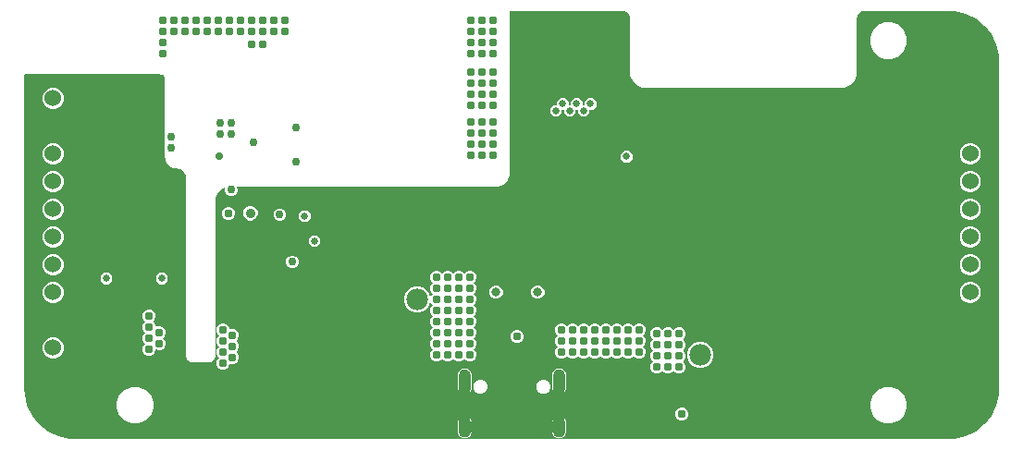
<source format=gbr>
G04 EAGLE Gerber RS-274X export*
G75*
%MOMM*%
%FSLAX34Y34*%
%LPD*%
%INCopper Layer 2*%
%IPPOS*%
%AMOC8*
5,1,8,0,0,1.08239X$1,22.5*%
G01*
%ADD10C,1.108000*%
%ADD11C,1.524000*%
%ADD12C,1.981200*%
%ADD13C,0.660400*%
%ADD14C,0.787400*%
%ADD15C,1.168400*%
%ADD16C,0.606400*%
%ADD17C,1.016000*%
%ADD18C,0.756400*%
%ADD19C,0.806400*%
%ADD20C,0.706400*%
%ADD21C,0.906400*%

G36*
X850010Y3765D02*
X850010Y3765D01*
X850021Y3763D01*
X855156Y4052D01*
X855182Y4059D01*
X855219Y4061D01*
X865230Y6346D01*
X865261Y6361D01*
X865311Y6374D01*
X874562Y10829D01*
X874589Y10851D01*
X874634Y10874D01*
X882663Y17277D01*
X882684Y17304D01*
X882723Y17337D01*
X889126Y25366D01*
X889140Y25397D01*
X889171Y25438D01*
X893626Y34689D01*
X893634Y34723D01*
X893654Y34770D01*
X895939Y44781D01*
X895939Y44808D01*
X895948Y44844D01*
X896237Y49979D01*
X896235Y49988D01*
X896237Y50000D01*
X896237Y350000D01*
X896235Y350009D01*
X896237Y350021D01*
X895948Y355156D01*
X895941Y355182D01*
X895939Y355219D01*
X893654Y365230D01*
X893639Y365261D01*
X893626Y365311D01*
X889171Y374562D01*
X889149Y374589D01*
X889126Y374634D01*
X882723Y382663D01*
X882696Y382684D01*
X882663Y382723D01*
X874634Y389126D01*
X874603Y389140D01*
X874562Y389171D01*
X865311Y393626D01*
X865277Y393634D01*
X865230Y393654D01*
X855219Y395939D01*
X855192Y395939D01*
X855156Y395948D01*
X850021Y396237D01*
X850012Y396235D01*
X850000Y396237D01*
X772070Y396237D01*
X772054Y396233D01*
X772033Y396235D01*
X770890Y396123D01*
X770853Y396110D01*
X770782Y396096D01*
X768670Y395221D01*
X768669Y395220D01*
X768667Y395220D01*
X768547Y395139D01*
X766931Y393523D01*
X766930Y393521D01*
X766929Y393520D01*
X766849Y393400D01*
X765974Y391288D01*
X765968Y391249D01*
X765947Y391180D01*
X765835Y390037D01*
X765837Y390021D01*
X765833Y390000D01*
X765833Y337262D01*
X763737Y332204D01*
X759866Y328333D01*
X754808Y326237D01*
X569332Y326237D01*
X564274Y328333D01*
X560403Y332204D01*
X558307Y337262D01*
X558307Y390000D01*
X558303Y390016D01*
X558305Y390037D01*
X558193Y391180D01*
X558180Y391217D01*
X558166Y391288D01*
X557291Y393400D01*
X557290Y393401D01*
X557290Y393403D01*
X557209Y393523D01*
X555593Y395139D01*
X555591Y395140D01*
X555590Y395141D01*
X555470Y395221D01*
X553358Y396096D01*
X553319Y396102D01*
X553250Y396123D01*
X552107Y396235D01*
X552091Y396233D01*
X552070Y396237D01*
X448310Y396237D01*
X448260Y396226D01*
X448209Y396224D01*
X448177Y396206D01*
X448141Y396198D01*
X448102Y396165D01*
X448057Y396141D01*
X448036Y396111D01*
X448008Y396088D01*
X447987Y396041D01*
X447957Y395999D01*
X447949Y395957D01*
X447937Y395929D01*
X447938Y395899D01*
X447930Y395857D01*
X447930Y247667D01*
X447741Y245511D01*
X447185Y243437D01*
X446278Y241491D01*
X445046Y239732D01*
X443528Y238214D01*
X441769Y236982D01*
X439823Y236075D01*
X437749Y235519D01*
X435593Y235330D01*
X198688Y235330D01*
X198650Y235321D01*
X198612Y235323D01*
X198567Y235302D01*
X198519Y235291D01*
X198489Y235266D01*
X198454Y235250D01*
X198423Y235212D01*
X198385Y235181D01*
X198370Y235145D01*
X198345Y235116D01*
X198335Y235068D01*
X198314Y235022D01*
X198316Y234984D01*
X198307Y234946D01*
X198320Y234887D01*
X198321Y234849D01*
X198331Y234831D01*
X198336Y234805D01*
X198823Y233630D01*
X198823Y231330D01*
X197942Y229204D01*
X196316Y227578D01*
X194190Y226697D01*
X191890Y226697D01*
X189764Y227578D01*
X188138Y229204D01*
X187257Y231330D01*
X187257Y233630D01*
X187342Y233836D01*
X187348Y233869D01*
X187363Y233900D01*
X187362Y233954D01*
X187370Y234007D01*
X187360Y234039D01*
X187360Y234073D01*
X187335Y234121D01*
X187320Y234172D01*
X187296Y234197D01*
X187281Y234227D01*
X187238Y234259D01*
X187201Y234298D01*
X187169Y234310D01*
X187141Y234330D01*
X187089Y234340D01*
X187038Y234358D01*
X187004Y234355D01*
X186971Y234361D01*
X186905Y234344D01*
X186866Y234340D01*
X186851Y234331D01*
X186830Y234326D01*
X185259Y233593D01*
X185237Y233576D01*
X185202Y233560D01*
X183389Y232290D01*
X183370Y232269D01*
X183338Y232248D01*
X181772Y230682D01*
X181757Y230658D01*
X181730Y230632D01*
X180460Y228818D01*
X180450Y228792D01*
X180427Y228761D01*
X179491Y226754D01*
X179485Y226727D01*
X179469Y226692D01*
X178896Y224554D01*
X178895Y224526D01*
X178884Y224488D01*
X178691Y222283D01*
X178693Y222268D01*
X178690Y222250D01*
X178690Y81299D01*
X178549Y79868D01*
X178137Y78510D01*
X177468Y77259D01*
X176568Y76162D01*
X175471Y75262D01*
X174220Y74593D01*
X172862Y74181D01*
X171431Y74040D01*
X158769Y74040D01*
X157338Y74181D01*
X155980Y74593D01*
X154729Y75262D01*
X153632Y76162D01*
X152732Y77259D01*
X152063Y78510D01*
X151651Y79868D01*
X151510Y81299D01*
X151510Y243840D01*
X151506Y243856D01*
X151508Y243877D01*
X151362Y245364D01*
X151352Y245393D01*
X151347Y245437D01*
X150914Y246866D01*
X150898Y246893D01*
X150885Y246935D01*
X150181Y248253D01*
X150161Y248276D01*
X150140Y248315D01*
X149192Y249469D01*
X149167Y249488D01*
X149139Y249522D01*
X147985Y250470D01*
X147957Y250484D01*
X147923Y250511D01*
X146605Y251215D01*
X146575Y251223D01*
X146536Y251244D01*
X145107Y251677D01*
X145076Y251679D01*
X145034Y251692D01*
X143547Y251838D01*
X143545Y251838D01*
X143543Y251839D01*
X141591Y252010D01*
X139731Y252508D01*
X137986Y253322D01*
X136408Y254426D01*
X135046Y255788D01*
X133942Y257366D01*
X133128Y259111D01*
X132630Y260971D01*
X132460Y262907D01*
X132460Y334010D01*
X132456Y334028D01*
X132458Y334053D01*
X132362Y334900D01*
X132351Y334933D01*
X132343Y334983D01*
X132062Y335789D01*
X132043Y335818D01*
X132025Y335865D01*
X131571Y336588D01*
X131546Y336612D01*
X131518Y336654D01*
X130914Y337258D01*
X130885Y337276D01*
X130848Y337311D01*
X130125Y337765D01*
X130093Y337776D01*
X130049Y337802D01*
X129243Y338083D01*
X129209Y338087D01*
X129160Y338102D01*
X128313Y338198D01*
X128294Y338196D01*
X128270Y338200D01*
X4143Y338200D01*
X4093Y338189D01*
X4042Y338187D01*
X4010Y338169D01*
X3974Y338161D01*
X3935Y338128D01*
X3890Y338104D01*
X3869Y338074D01*
X3841Y338051D01*
X3820Y338004D01*
X3790Y337962D01*
X3782Y337920D01*
X3770Y337892D01*
X3771Y337862D01*
X3763Y337820D01*
X3763Y50000D01*
X3765Y49990D01*
X3763Y49979D01*
X4052Y44844D01*
X4059Y44818D01*
X4061Y44781D01*
X6346Y34770D01*
X6361Y34739D01*
X6374Y34689D01*
X10829Y25438D01*
X10851Y25411D01*
X10874Y25366D01*
X17277Y17337D01*
X17304Y17316D01*
X17337Y17277D01*
X25366Y10874D01*
X25397Y10860D01*
X25438Y10829D01*
X34689Y6374D01*
X34723Y6366D01*
X34770Y6346D01*
X44781Y4061D01*
X44808Y4061D01*
X44844Y4052D01*
X49979Y3763D01*
X49988Y3765D01*
X50000Y3763D01*
X850000Y3763D01*
X850010Y3765D01*
G37*
%LPC*%
G36*
X379819Y75342D02*
X379819Y75342D01*
X377637Y76246D01*
X375966Y77917D01*
X375062Y80099D01*
X375062Y82461D01*
X375966Y84643D01*
X377414Y86091D01*
X377441Y86134D01*
X377475Y86172D01*
X377486Y86207D01*
X377505Y86238D01*
X377510Y86289D01*
X377525Y86338D01*
X377518Y86374D01*
X377522Y86411D01*
X377504Y86458D01*
X377495Y86509D01*
X377471Y86544D01*
X377460Y86573D01*
X377438Y86594D01*
X377414Y86629D01*
X375966Y88077D01*
X375062Y90259D01*
X375062Y92621D01*
X375966Y94803D01*
X377414Y96251D01*
X377441Y96294D01*
X377475Y96332D01*
X377486Y96367D01*
X377505Y96398D01*
X377510Y96449D01*
X377525Y96498D01*
X377518Y96534D01*
X377522Y96571D01*
X377504Y96618D01*
X377495Y96669D01*
X377471Y96704D01*
X377460Y96733D01*
X377438Y96754D01*
X377414Y96789D01*
X375966Y98237D01*
X375062Y100419D01*
X375062Y102781D01*
X375966Y104963D01*
X377414Y106411D01*
X377441Y106454D01*
X377475Y106492D01*
X377486Y106527D01*
X377505Y106558D01*
X377510Y106609D01*
X377525Y106658D01*
X377518Y106694D01*
X377522Y106731D01*
X377504Y106778D01*
X377495Y106829D01*
X377471Y106864D01*
X377460Y106893D01*
X377438Y106914D01*
X377414Y106949D01*
X375966Y108397D01*
X375062Y110579D01*
X375062Y112941D01*
X375966Y115123D01*
X377414Y116571D01*
X377441Y116614D01*
X377475Y116652D01*
X377486Y116687D01*
X377505Y116718D01*
X377510Y116769D01*
X377525Y116818D01*
X377518Y116854D01*
X377522Y116891D01*
X377504Y116938D01*
X377495Y116989D01*
X377471Y117024D01*
X377460Y117053D01*
X377438Y117074D01*
X377414Y117109D01*
X375966Y118557D01*
X375062Y120739D01*
X375062Y123101D01*
X375966Y125283D01*
X377414Y126731D01*
X377441Y126774D01*
X377475Y126812D01*
X377486Y126847D01*
X377505Y126878D01*
X377510Y126929D01*
X377525Y126978D01*
X377518Y127014D01*
X377522Y127051D01*
X377504Y127098D01*
X377495Y127149D01*
X377471Y127184D01*
X377460Y127213D01*
X377438Y127234D01*
X377414Y127269D01*
X375966Y128717D01*
X375692Y129379D01*
X375677Y129400D01*
X375669Y129425D01*
X375627Y129470D01*
X375591Y129520D01*
X375568Y129532D01*
X375550Y129551D01*
X375492Y129572D01*
X375438Y129601D01*
X375412Y129602D01*
X375388Y129611D01*
X375326Y129605D01*
X375264Y129606D01*
X375241Y129596D01*
X375215Y129593D01*
X375163Y129560D01*
X375107Y129534D01*
X375091Y129514D01*
X375069Y129500D01*
X375022Y129428D01*
X374998Y129399D01*
X374996Y129390D01*
X374989Y129379D01*
X373314Y125335D01*
X369965Y121986D01*
X365588Y120173D01*
X360852Y120173D01*
X356475Y121986D01*
X353126Y125335D01*
X351313Y129712D01*
X351313Y134448D01*
X353126Y138825D01*
X356475Y142174D01*
X360852Y143987D01*
X365588Y143987D01*
X369965Y142174D01*
X373314Y138825D01*
X374989Y134781D01*
X375004Y134760D01*
X375012Y134735D01*
X375045Y134700D01*
X375047Y134696D01*
X375051Y134693D01*
X375054Y134690D01*
X375090Y134640D01*
X375113Y134628D01*
X375131Y134609D01*
X375189Y134588D01*
X375243Y134559D01*
X375269Y134558D01*
X375293Y134549D01*
X375354Y134555D01*
X375416Y134554D01*
X375440Y134564D01*
X375465Y134567D01*
X375518Y134600D01*
X375574Y134626D01*
X375590Y134646D01*
X375612Y134660D01*
X375648Y134715D01*
X375652Y134718D01*
X375656Y134726D01*
X375659Y134732D01*
X375683Y134761D01*
X375685Y134770D01*
X375692Y134781D01*
X375966Y135443D01*
X377414Y136891D01*
X377441Y136934D01*
X377475Y136972D01*
X377486Y137007D01*
X377505Y137038D01*
X377510Y137089D01*
X377525Y137138D01*
X377518Y137174D01*
X377522Y137211D01*
X377504Y137259D01*
X377495Y137309D01*
X377471Y137344D01*
X377460Y137373D01*
X377438Y137394D01*
X377414Y137429D01*
X375966Y138877D01*
X375062Y141059D01*
X375062Y143421D01*
X375966Y145603D01*
X377414Y147051D01*
X377441Y147094D01*
X377475Y147132D01*
X377486Y147167D01*
X377505Y147198D01*
X377510Y147249D01*
X377525Y147298D01*
X377518Y147334D01*
X377522Y147371D01*
X377504Y147418D01*
X377495Y147469D01*
X377471Y147504D01*
X377460Y147533D01*
X377438Y147554D01*
X377414Y147589D01*
X375966Y149037D01*
X375062Y151219D01*
X375062Y153581D01*
X375966Y155763D01*
X377637Y157434D01*
X379819Y158338D01*
X382181Y158338D01*
X384363Y157434D01*
X385811Y155986D01*
X385854Y155959D01*
X385892Y155925D01*
X385927Y155914D01*
X385958Y155895D01*
X386009Y155890D01*
X386058Y155875D01*
X386094Y155882D01*
X386131Y155878D01*
X386178Y155896D01*
X386229Y155905D01*
X386264Y155929D01*
X386293Y155940D01*
X386314Y155962D01*
X386349Y155986D01*
X387797Y157434D01*
X389979Y158338D01*
X392341Y158338D01*
X394523Y157434D01*
X395971Y155986D01*
X396014Y155959D01*
X396052Y155925D01*
X396087Y155914D01*
X396118Y155895D01*
X396169Y155890D01*
X396218Y155875D01*
X396254Y155882D01*
X396291Y155878D01*
X396338Y155896D01*
X396389Y155905D01*
X396424Y155929D01*
X396453Y155940D01*
X396474Y155962D01*
X396509Y155986D01*
X397957Y157434D01*
X400139Y158338D01*
X402501Y158338D01*
X404683Y157434D01*
X406131Y155986D01*
X406174Y155959D01*
X406212Y155925D01*
X406247Y155914D01*
X406278Y155895D01*
X406329Y155890D01*
X406378Y155875D01*
X406414Y155882D01*
X406451Y155878D01*
X406498Y155896D01*
X406549Y155905D01*
X406584Y155929D01*
X406613Y155940D01*
X406634Y155962D01*
X406669Y155986D01*
X408117Y157434D01*
X410299Y158338D01*
X412661Y158338D01*
X414843Y157434D01*
X416514Y155763D01*
X417418Y153581D01*
X417418Y151219D01*
X416514Y149037D01*
X415066Y147589D01*
X415039Y147546D01*
X415005Y147508D01*
X414994Y147473D01*
X414975Y147442D01*
X414970Y147391D01*
X414955Y147342D01*
X414962Y147306D01*
X414958Y147269D01*
X414976Y147222D01*
X414985Y147171D01*
X415009Y147136D01*
X415020Y147107D01*
X415042Y147086D01*
X415066Y147051D01*
X416514Y145603D01*
X417418Y143421D01*
X417418Y141059D01*
X416514Y138877D01*
X415066Y137429D01*
X415039Y137386D01*
X415005Y137348D01*
X414994Y137313D01*
X414975Y137282D01*
X414970Y137231D01*
X414955Y137182D01*
X414962Y137146D01*
X414958Y137109D01*
X414976Y137061D01*
X414985Y137011D01*
X415009Y136976D01*
X415020Y136947D01*
X415042Y136926D01*
X415066Y136891D01*
X416514Y135443D01*
X417418Y133261D01*
X417418Y130899D01*
X416514Y128717D01*
X415066Y127269D01*
X415039Y127226D01*
X415005Y127188D01*
X414994Y127153D01*
X414975Y127122D01*
X414970Y127071D01*
X414955Y127022D01*
X414962Y126986D01*
X414958Y126949D01*
X414976Y126902D01*
X414985Y126851D01*
X415009Y126816D01*
X415020Y126787D01*
X415042Y126766D01*
X415066Y126731D01*
X416514Y125283D01*
X417418Y123101D01*
X417418Y120739D01*
X416514Y118557D01*
X415066Y117109D01*
X415039Y117066D01*
X415005Y117028D01*
X414994Y116993D01*
X414975Y116962D01*
X414970Y116911D01*
X414955Y116862D01*
X414962Y116826D01*
X414958Y116789D01*
X414976Y116741D01*
X414985Y116691D01*
X415009Y116656D01*
X415020Y116627D01*
X415042Y116606D01*
X415066Y116571D01*
X416514Y115123D01*
X417418Y112941D01*
X417418Y110579D01*
X416514Y108397D01*
X415066Y106949D01*
X415039Y106906D01*
X415005Y106868D01*
X414994Y106833D01*
X414975Y106802D01*
X414970Y106751D01*
X414955Y106702D01*
X414962Y106666D01*
X414958Y106629D01*
X414976Y106582D01*
X414985Y106531D01*
X415009Y106496D01*
X415020Y106467D01*
X415042Y106446D01*
X415066Y106411D01*
X416514Y104963D01*
X417418Y102781D01*
X417418Y100419D01*
X416514Y98237D01*
X415066Y96789D01*
X415058Y96776D01*
X415056Y96774D01*
X415054Y96770D01*
X415039Y96746D01*
X415005Y96708D01*
X414994Y96673D01*
X414975Y96642D01*
X414970Y96591D01*
X414955Y96542D01*
X414962Y96506D01*
X414958Y96469D01*
X414976Y96422D01*
X414985Y96371D01*
X415009Y96336D01*
X415020Y96307D01*
X415042Y96286D01*
X415066Y96251D01*
X416514Y94803D01*
X417418Y92621D01*
X417418Y90259D01*
X416514Y88077D01*
X415066Y86629D01*
X415039Y86586D01*
X415005Y86548D01*
X414994Y86513D01*
X414975Y86482D01*
X414970Y86431D01*
X414955Y86382D01*
X414962Y86346D01*
X414958Y86309D01*
X414976Y86261D01*
X414985Y86211D01*
X415009Y86176D01*
X415020Y86147D01*
X415042Y86126D01*
X415066Y86091D01*
X416514Y84643D01*
X417418Y82461D01*
X417418Y80099D01*
X416514Y77917D01*
X414843Y76246D01*
X412661Y75342D01*
X410299Y75342D01*
X408117Y76246D01*
X406669Y77694D01*
X406626Y77721D01*
X406588Y77755D01*
X406553Y77766D01*
X406522Y77785D01*
X406471Y77790D01*
X406422Y77805D01*
X406386Y77798D01*
X406349Y77802D01*
X406301Y77784D01*
X406251Y77775D01*
X406216Y77751D01*
X406187Y77740D01*
X406166Y77718D01*
X406131Y77694D01*
X404683Y76246D01*
X402501Y75342D01*
X400139Y75342D01*
X397957Y76246D01*
X396509Y77694D01*
X396466Y77721D01*
X396428Y77755D01*
X396393Y77766D01*
X396362Y77785D01*
X396311Y77790D01*
X396262Y77805D01*
X396226Y77798D01*
X396189Y77802D01*
X396141Y77784D01*
X396091Y77775D01*
X396056Y77751D01*
X396027Y77740D01*
X396006Y77718D01*
X395971Y77694D01*
X394523Y76246D01*
X392341Y75342D01*
X389979Y75342D01*
X387797Y76246D01*
X386349Y77694D01*
X386306Y77721D01*
X386268Y77755D01*
X386233Y77766D01*
X386202Y77785D01*
X386151Y77790D01*
X386102Y77805D01*
X386066Y77798D01*
X386029Y77802D01*
X385981Y77784D01*
X385931Y77775D01*
X385896Y77751D01*
X385867Y77740D01*
X385846Y77718D01*
X385811Y77694D01*
X384363Y76246D01*
X382181Y75342D01*
X379819Y75342D01*
G37*
%LPD*%
%LPC*%
G36*
X494119Y77882D02*
X494119Y77882D01*
X491937Y78786D01*
X490266Y80457D01*
X489362Y82639D01*
X489362Y85001D01*
X490266Y87183D01*
X491714Y88631D01*
X491741Y88674D01*
X491775Y88712D01*
X491786Y88747D01*
X491805Y88778D01*
X491810Y88829D01*
X491825Y88878D01*
X491818Y88914D01*
X491822Y88951D01*
X491804Y88998D01*
X491795Y89049D01*
X491771Y89084D01*
X491760Y89113D01*
X491738Y89134D01*
X491714Y89169D01*
X490266Y90617D01*
X489362Y92799D01*
X489362Y95161D01*
X490266Y97343D01*
X491714Y98791D01*
X491741Y98834D01*
X491775Y98872D01*
X491786Y98907D01*
X491805Y98938D01*
X491810Y98989D01*
X491825Y99038D01*
X491818Y99074D01*
X491822Y99111D01*
X491804Y99158D01*
X491795Y99209D01*
X491771Y99244D01*
X491760Y99273D01*
X491738Y99294D01*
X491714Y99329D01*
X490266Y100777D01*
X489362Y102959D01*
X489362Y105321D01*
X490266Y107503D01*
X491937Y109174D01*
X494119Y110078D01*
X496481Y110078D01*
X498663Y109174D01*
X500111Y107726D01*
X500154Y107699D01*
X500192Y107665D01*
X500227Y107654D01*
X500258Y107635D01*
X500309Y107630D01*
X500358Y107615D01*
X500394Y107622D01*
X500431Y107618D01*
X500479Y107636D01*
X500529Y107645D01*
X500564Y107669D01*
X500593Y107680D01*
X500614Y107702D01*
X500649Y107726D01*
X502097Y109174D01*
X504279Y110078D01*
X506641Y110078D01*
X508823Y109174D01*
X510271Y107726D01*
X510314Y107699D01*
X510352Y107665D01*
X510387Y107654D01*
X510418Y107635D01*
X510469Y107630D01*
X510518Y107615D01*
X510554Y107622D01*
X510591Y107618D01*
X510638Y107636D01*
X510689Y107645D01*
X510724Y107669D01*
X510753Y107680D01*
X510774Y107702D01*
X510809Y107726D01*
X512257Y109174D01*
X514439Y110078D01*
X516801Y110078D01*
X518983Y109174D01*
X520431Y107726D01*
X520474Y107699D01*
X520512Y107665D01*
X520547Y107654D01*
X520578Y107635D01*
X520629Y107630D01*
X520678Y107615D01*
X520714Y107622D01*
X520751Y107618D01*
X520798Y107636D01*
X520849Y107645D01*
X520884Y107669D01*
X520913Y107680D01*
X520934Y107702D01*
X520969Y107726D01*
X522417Y109174D01*
X524599Y110078D01*
X526961Y110078D01*
X529143Y109174D01*
X530591Y107726D01*
X530634Y107699D01*
X530672Y107665D01*
X530707Y107654D01*
X530738Y107635D01*
X530789Y107630D01*
X530838Y107615D01*
X530874Y107622D01*
X530911Y107618D01*
X530959Y107636D01*
X531009Y107645D01*
X531044Y107669D01*
X531073Y107680D01*
X531094Y107702D01*
X531129Y107726D01*
X532577Y109174D01*
X534759Y110078D01*
X537121Y110078D01*
X539303Y109174D01*
X540751Y107726D01*
X540794Y107699D01*
X540832Y107665D01*
X540867Y107654D01*
X540898Y107635D01*
X540949Y107630D01*
X540998Y107615D01*
X541034Y107622D01*
X541071Y107618D01*
X541119Y107636D01*
X541169Y107645D01*
X541204Y107669D01*
X541233Y107680D01*
X541254Y107702D01*
X541289Y107726D01*
X542737Y109174D01*
X544919Y110078D01*
X547281Y110078D01*
X549463Y109174D01*
X550911Y107726D01*
X550954Y107699D01*
X550992Y107665D01*
X551027Y107654D01*
X551058Y107635D01*
X551109Y107630D01*
X551158Y107615D01*
X551194Y107622D01*
X551231Y107618D01*
X551278Y107636D01*
X551329Y107645D01*
X551364Y107669D01*
X551393Y107680D01*
X551414Y107702D01*
X551449Y107726D01*
X552897Y109174D01*
X555079Y110078D01*
X557441Y110078D01*
X559623Y109174D01*
X561071Y107726D01*
X561114Y107699D01*
X561152Y107665D01*
X561187Y107654D01*
X561218Y107635D01*
X561269Y107630D01*
X561318Y107615D01*
X561354Y107622D01*
X561391Y107618D01*
X561438Y107636D01*
X561489Y107645D01*
X561524Y107669D01*
X561553Y107680D01*
X561574Y107702D01*
X561609Y107726D01*
X563057Y109174D01*
X565239Y110078D01*
X567601Y110078D01*
X569783Y109174D01*
X571454Y107503D01*
X572358Y105321D01*
X572358Y102959D01*
X571454Y100777D01*
X570006Y99329D01*
X569979Y99286D01*
X569945Y99248D01*
X569934Y99213D01*
X569915Y99182D01*
X569910Y99131D01*
X569895Y99082D01*
X569902Y99046D01*
X569898Y99009D01*
X569916Y98961D01*
X569925Y98911D01*
X569949Y98876D01*
X569960Y98847D01*
X569982Y98826D01*
X570006Y98791D01*
X571454Y97343D01*
X572358Y95161D01*
X572358Y92799D01*
X571454Y90617D01*
X570006Y89169D01*
X569979Y89126D01*
X569945Y89088D01*
X569934Y89053D01*
X569915Y89022D01*
X569910Y88971D01*
X569895Y88922D01*
X569902Y88886D01*
X569898Y88849D01*
X569916Y88801D01*
X569925Y88751D01*
X569949Y88716D01*
X569960Y88687D01*
X569982Y88666D01*
X570006Y88631D01*
X571454Y87183D01*
X572358Y85001D01*
X572358Y82639D01*
X571454Y80457D01*
X569783Y78786D01*
X567601Y77882D01*
X565239Y77882D01*
X563057Y78786D01*
X561609Y80234D01*
X561566Y80261D01*
X561528Y80295D01*
X561493Y80306D01*
X561462Y80325D01*
X561411Y80330D01*
X561362Y80345D01*
X561326Y80338D01*
X561289Y80342D01*
X561241Y80324D01*
X561191Y80315D01*
X561156Y80291D01*
X561127Y80280D01*
X561106Y80258D01*
X561071Y80234D01*
X559623Y78786D01*
X557441Y77882D01*
X555079Y77882D01*
X552897Y78786D01*
X551449Y80234D01*
X551406Y80261D01*
X551368Y80295D01*
X551333Y80306D01*
X551302Y80325D01*
X551251Y80330D01*
X551202Y80345D01*
X551166Y80338D01*
X551129Y80342D01*
X551081Y80324D01*
X551031Y80315D01*
X550996Y80291D01*
X550967Y80280D01*
X550946Y80258D01*
X550911Y80234D01*
X549463Y78786D01*
X547281Y77882D01*
X544919Y77882D01*
X542737Y78786D01*
X541289Y80234D01*
X541246Y80261D01*
X541208Y80295D01*
X541173Y80306D01*
X541142Y80325D01*
X541091Y80330D01*
X541042Y80345D01*
X541006Y80338D01*
X540969Y80342D01*
X540922Y80324D01*
X540871Y80315D01*
X540836Y80291D01*
X540807Y80280D01*
X540786Y80258D01*
X540751Y80234D01*
X539303Y78786D01*
X537121Y77882D01*
X534759Y77882D01*
X532577Y78786D01*
X531129Y80234D01*
X531086Y80261D01*
X531048Y80295D01*
X531013Y80306D01*
X530982Y80325D01*
X530931Y80330D01*
X530882Y80345D01*
X530846Y80338D01*
X530809Y80342D01*
X530762Y80324D01*
X530711Y80315D01*
X530676Y80291D01*
X530647Y80280D01*
X530626Y80258D01*
X530591Y80234D01*
X529143Y78786D01*
X526961Y77882D01*
X524599Y77882D01*
X522417Y78786D01*
X520969Y80234D01*
X520926Y80261D01*
X520888Y80295D01*
X520853Y80306D01*
X520822Y80325D01*
X520771Y80330D01*
X520722Y80345D01*
X520686Y80338D01*
X520649Y80342D01*
X520601Y80324D01*
X520551Y80315D01*
X520516Y80291D01*
X520487Y80280D01*
X520466Y80258D01*
X520431Y80234D01*
X518983Y78786D01*
X516801Y77882D01*
X514439Y77882D01*
X512257Y78786D01*
X510809Y80234D01*
X510766Y80261D01*
X510728Y80295D01*
X510693Y80306D01*
X510662Y80325D01*
X510611Y80330D01*
X510562Y80345D01*
X510526Y80338D01*
X510489Y80342D01*
X510441Y80324D01*
X510391Y80315D01*
X510356Y80291D01*
X510327Y80280D01*
X510306Y80258D01*
X510271Y80234D01*
X508823Y78786D01*
X506641Y77882D01*
X504279Y77882D01*
X502097Y78786D01*
X500649Y80234D01*
X500606Y80261D01*
X500568Y80295D01*
X500533Y80306D01*
X500502Y80325D01*
X500451Y80330D01*
X500402Y80345D01*
X500366Y80338D01*
X500329Y80342D01*
X500282Y80324D01*
X500231Y80315D01*
X500196Y80291D01*
X500167Y80280D01*
X500146Y80258D01*
X500111Y80234D01*
X498663Y78786D01*
X496481Y77882D01*
X494119Y77882D01*
G37*
%LPD*%
%LPC*%
G36*
X581749Y63912D02*
X581749Y63912D01*
X579567Y64816D01*
X577896Y66487D01*
X576992Y68669D01*
X576992Y71031D01*
X577896Y73213D01*
X579344Y74661D01*
X579371Y74704D01*
X579405Y74742D01*
X579416Y74777D01*
X579435Y74808D01*
X579440Y74859D01*
X579455Y74908D01*
X579448Y74944D01*
X579452Y74981D01*
X579434Y75029D01*
X579425Y75079D01*
X579401Y75114D01*
X579390Y75143D01*
X579368Y75164D01*
X579344Y75199D01*
X577896Y76647D01*
X576992Y78829D01*
X576992Y81191D01*
X577896Y83373D01*
X579344Y84821D01*
X579371Y84864D01*
X579405Y84902D01*
X579416Y84937D01*
X579435Y84968D01*
X579440Y85019D01*
X579455Y85068D01*
X579448Y85104D01*
X579452Y85141D01*
X579434Y85189D01*
X579425Y85239D01*
X579401Y85274D01*
X579390Y85303D01*
X579368Y85324D01*
X579344Y85359D01*
X577896Y86807D01*
X576992Y88989D01*
X576992Y91351D01*
X577896Y93533D01*
X579344Y94981D01*
X579371Y95024D01*
X579405Y95062D01*
X579416Y95097D01*
X579435Y95128D01*
X579440Y95179D01*
X579455Y95228D01*
X579448Y95264D01*
X579452Y95301D01*
X579434Y95349D01*
X579425Y95399D01*
X579401Y95434D01*
X579390Y95463D01*
X579368Y95484D01*
X579344Y95519D01*
X577896Y96967D01*
X576992Y99149D01*
X576992Y101511D01*
X577896Y103693D01*
X579567Y105364D01*
X581749Y106268D01*
X584111Y106268D01*
X586293Y105364D01*
X587741Y103916D01*
X587784Y103889D01*
X587822Y103855D01*
X587857Y103844D01*
X587888Y103825D01*
X587939Y103820D01*
X587988Y103805D01*
X588024Y103812D01*
X588061Y103808D01*
X588108Y103826D01*
X588159Y103835D01*
X588194Y103859D01*
X588223Y103870D01*
X588244Y103892D01*
X588279Y103916D01*
X589727Y105364D01*
X591909Y106268D01*
X594271Y106268D01*
X596453Y105364D01*
X597901Y103916D01*
X597944Y103889D01*
X597982Y103855D01*
X598017Y103844D01*
X598048Y103825D01*
X598099Y103820D01*
X598148Y103805D01*
X598184Y103812D01*
X598221Y103808D01*
X598269Y103826D01*
X598319Y103835D01*
X598354Y103859D01*
X598383Y103870D01*
X598404Y103892D01*
X598439Y103916D01*
X599887Y105364D01*
X602069Y106268D01*
X604431Y106268D01*
X606613Y105364D01*
X608284Y103693D01*
X609188Y101511D01*
X609188Y99149D01*
X608284Y96967D01*
X606836Y95519D01*
X606809Y95476D01*
X606775Y95438D01*
X606764Y95403D01*
X606745Y95372D01*
X606740Y95321D01*
X606725Y95272D01*
X606732Y95236D01*
X606728Y95199D01*
X606746Y95151D01*
X606755Y95101D01*
X606779Y95066D01*
X606790Y95037D01*
X606812Y95016D01*
X606836Y94981D01*
X608284Y93533D01*
X609188Y91351D01*
X609188Y88989D01*
X608284Y86807D01*
X606836Y85359D01*
X606809Y85316D01*
X606775Y85278D01*
X606764Y85243D01*
X606745Y85212D01*
X606740Y85161D01*
X606725Y85112D01*
X606732Y85076D01*
X606728Y85039D01*
X606746Y84991D01*
X606755Y84941D01*
X606779Y84906D01*
X606790Y84877D01*
X606812Y84856D01*
X606836Y84821D01*
X608284Y83373D01*
X609188Y81191D01*
X609188Y78829D01*
X608284Y76647D01*
X606836Y75199D01*
X606809Y75156D01*
X606775Y75118D01*
X606764Y75083D01*
X606745Y75052D01*
X606740Y75001D01*
X606725Y74952D01*
X606732Y74916D01*
X606728Y74879D01*
X606746Y74832D01*
X606755Y74781D01*
X606779Y74746D01*
X606790Y74717D01*
X606812Y74696D01*
X606836Y74661D01*
X608284Y73213D01*
X609188Y71031D01*
X609188Y68669D01*
X608284Y66487D01*
X606613Y64816D01*
X604431Y63912D01*
X602069Y63912D01*
X599887Y64816D01*
X598439Y66264D01*
X598396Y66291D01*
X598358Y66325D01*
X598323Y66336D01*
X598292Y66355D01*
X598241Y66360D01*
X598192Y66375D01*
X598156Y66368D01*
X598119Y66372D01*
X598071Y66354D01*
X598021Y66345D01*
X597986Y66321D01*
X597957Y66310D01*
X597936Y66288D01*
X597901Y66264D01*
X596453Y64816D01*
X594271Y63912D01*
X591909Y63912D01*
X589727Y64816D01*
X588279Y66264D01*
X588236Y66291D01*
X588198Y66325D01*
X588163Y66336D01*
X588132Y66355D01*
X588081Y66360D01*
X588032Y66375D01*
X587996Y66368D01*
X587959Y66372D01*
X587911Y66354D01*
X587861Y66345D01*
X587826Y66321D01*
X587797Y66310D01*
X587776Y66288D01*
X587741Y66264D01*
X586293Y64816D01*
X584111Y63912D01*
X581749Y63912D01*
G37*
%LPD*%
%LPC*%
G36*
X101668Y18249D02*
X101668Y18249D01*
X95511Y20799D01*
X90799Y25511D01*
X88249Y31668D01*
X88249Y38332D01*
X90799Y44489D01*
X95511Y49201D01*
X101668Y51751D01*
X108332Y51751D01*
X114489Y49201D01*
X119201Y44489D01*
X121751Y38332D01*
X121751Y31668D01*
X119201Y25511D01*
X114489Y20799D01*
X108332Y18249D01*
X101668Y18249D01*
G37*
%LPD*%
%LPC*%
G36*
X791168Y352149D02*
X791168Y352149D01*
X785011Y354699D01*
X780299Y359411D01*
X777749Y365568D01*
X777749Y372232D01*
X780299Y378389D01*
X785011Y383101D01*
X791168Y385651D01*
X797832Y385651D01*
X803989Y383101D01*
X808701Y378389D01*
X811251Y372232D01*
X811251Y365568D01*
X808701Y359411D01*
X803989Y354699D01*
X797832Y352149D01*
X791168Y352149D01*
G37*
%LPD*%
%LPC*%
G36*
X791168Y18249D02*
X791168Y18249D01*
X785011Y20799D01*
X780299Y25511D01*
X777749Y31668D01*
X777749Y38332D01*
X780299Y44489D01*
X785011Y49201D01*
X791168Y51751D01*
X797832Y51751D01*
X803989Y49201D01*
X808701Y44489D01*
X811251Y38332D01*
X811251Y31668D01*
X808701Y25511D01*
X803989Y20799D01*
X797832Y18249D01*
X791168Y18249D01*
G37*
%LPD*%
%LPC*%
G36*
X184239Y67722D02*
X184239Y67722D01*
X182057Y68626D01*
X180386Y70297D01*
X179482Y72479D01*
X179482Y74841D01*
X180386Y77023D01*
X181834Y78471D01*
X181861Y78514D01*
X181895Y78552D01*
X181906Y78587D01*
X181925Y78618D01*
X181930Y78669D01*
X181945Y78718D01*
X181938Y78754D01*
X181942Y78791D01*
X181924Y78839D01*
X181915Y78889D01*
X181891Y78924D01*
X181880Y78953D01*
X181858Y78974D01*
X181834Y79009D01*
X180386Y80457D01*
X179482Y82639D01*
X179482Y85001D01*
X180386Y87183D01*
X181834Y88631D01*
X181861Y88674D01*
X181895Y88712D01*
X181906Y88747D01*
X181925Y88778D01*
X181930Y88829D01*
X181945Y88878D01*
X181938Y88914D01*
X181942Y88951D01*
X181924Y88999D01*
X181915Y89049D01*
X181891Y89084D01*
X181880Y89113D01*
X181858Y89134D01*
X181834Y89169D01*
X180386Y90617D01*
X179482Y92799D01*
X179482Y95161D01*
X180386Y97343D01*
X181834Y98791D01*
X181861Y98834D01*
X181895Y98872D01*
X181906Y98907D01*
X181925Y98938D01*
X181930Y98989D01*
X181945Y99038D01*
X181938Y99074D01*
X181942Y99111D01*
X181924Y99159D01*
X181915Y99209D01*
X181891Y99244D01*
X181880Y99273D01*
X181858Y99294D01*
X181834Y99329D01*
X180386Y100777D01*
X179482Y102959D01*
X179482Y105321D01*
X180386Y107503D01*
X182057Y109174D01*
X184239Y110078D01*
X186601Y110078D01*
X188783Y109174D01*
X190454Y107503D01*
X191358Y105321D01*
X191358Y104833D01*
X191367Y104796D01*
X191365Y104757D01*
X191386Y104712D01*
X191397Y104664D01*
X191422Y104635D01*
X191438Y104600D01*
X191476Y104569D01*
X191507Y104531D01*
X191543Y104515D01*
X191572Y104491D01*
X191620Y104480D01*
X191666Y104460D01*
X191704Y104461D01*
X191742Y104453D01*
X191801Y104465D01*
X191839Y104466D01*
X191857Y104476D01*
X191884Y104482D01*
X193129Y104998D01*
X195491Y104998D01*
X197673Y104094D01*
X199344Y102423D01*
X200248Y100241D01*
X200248Y97879D01*
X199344Y95697D01*
X197896Y94249D01*
X197869Y94206D01*
X197835Y94168D01*
X197824Y94133D01*
X197805Y94102D01*
X197800Y94051D01*
X197785Y94002D01*
X197792Y93966D01*
X197788Y93929D01*
X197806Y93882D01*
X197815Y93831D01*
X197839Y93796D01*
X197850Y93767D01*
X197872Y93746D01*
X197896Y93711D01*
X199344Y92263D01*
X200248Y90081D01*
X200248Y87719D01*
X199344Y85537D01*
X197896Y84089D01*
X197869Y84046D01*
X197835Y84008D01*
X197824Y83973D01*
X197805Y83942D01*
X197800Y83891D01*
X197785Y83842D01*
X197792Y83806D01*
X197788Y83769D01*
X197806Y83722D01*
X197815Y83671D01*
X197839Y83636D01*
X197850Y83607D01*
X197872Y83586D01*
X197896Y83551D01*
X199344Y82103D01*
X200248Y79921D01*
X200248Y77559D01*
X199344Y75377D01*
X197673Y73706D01*
X195491Y72802D01*
X193129Y72802D01*
X191884Y73318D01*
X191846Y73324D01*
X191810Y73340D01*
X191761Y73338D01*
X191713Y73346D01*
X191676Y73335D01*
X191637Y73334D01*
X191594Y73310D01*
X191547Y73296D01*
X191519Y73269D01*
X191485Y73251D01*
X191457Y73210D01*
X191421Y73177D01*
X191408Y73141D01*
X191385Y73109D01*
X191374Y73049D01*
X191361Y73014D01*
X191363Y72993D01*
X191358Y72967D01*
X191358Y72479D01*
X190454Y70297D01*
X188783Y68626D01*
X186601Y67722D01*
X184239Y67722D01*
G37*
%LPD*%
%LPC*%
G36*
X116929Y80422D02*
X116929Y80422D01*
X114747Y81326D01*
X113076Y82997D01*
X112172Y85179D01*
X112172Y87541D01*
X113076Y89723D01*
X114524Y91171D01*
X114551Y91214D01*
X114585Y91252D01*
X114596Y91287D01*
X114615Y91318D01*
X114620Y91369D01*
X114635Y91418D01*
X114628Y91454D01*
X114632Y91491D01*
X114614Y91539D01*
X114605Y91589D01*
X114581Y91624D01*
X114570Y91653D01*
X114548Y91674D01*
X114524Y91709D01*
X113076Y93157D01*
X112172Y95339D01*
X112172Y97701D01*
X113076Y99883D01*
X114524Y101331D01*
X114551Y101374D01*
X114585Y101412D01*
X114596Y101447D01*
X114615Y101478D01*
X114620Y101529D01*
X114635Y101578D01*
X114628Y101614D01*
X114632Y101651D01*
X114614Y101698D01*
X114605Y101749D01*
X114581Y101784D01*
X114570Y101813D01*
X114548Y101834D01*
X114524Y101869D01*
X113076Y103317D01*
X112172Y105499D01*
X112172Y107861D01*
X113076Y110043D01*
X114524Y111491D01*
X114536Y111511D01*
X114551Y111523D01*
X114561Y111546D01*
X114585Y111572D01*
X114596Y111607D01*
X114615Y111638D01*
X114619Y111674D01*
X114622Y111681D01*
X114622Y111694D01*
X114635Y111738D01*
X114628Y111774D01*
X114632Y111811D01*
X114615Y111854D01*
X114615Y111855D01*
X114614Y111859D01*
X114605Y111909D01*
X114581Y111944D01*
X114570Y111973D01*
X114548Y111994D01*
X114524Y112029D01*
X113076Y113477D01*
X112172Y115659D01*
X112172Y118021D01*
X113076Y120203D01*
X114747Y121874D01*
X116929Y122778D01*
X119291Y122778D01*
X121473Y121874D01*
X123144Y120203D01*
X124048Y118021D01*
X124048Y115659D01*
X123144Y113477D01*
X121696Y112029D01*
X121669Y111986D01*
X121635Y111948D01*
X121624Y111913D01*
X121605Y111882D01*
X121600Y111831D01*
X121599Y111829D01*
X121598Y111826D01*
X121598Y111825D01*
X121585Y111782D01*
X121592Y111746D01*
X121588Y111709D01*
X121604Y111668D01*
X121605Y111653D01*
X121609Y111644D01*
X121615Y111611D01*
X121639Y111576D01*
X121650Y111547D01*
X121672Y111526D01*
X121678Y111518D01*
X121687Y111501D01*
X121692Y111498D01*
X121696Y111491D01*
X123144Y110043D01*
X124048Y107861D01*
X124048Y107373D01*
X124057Y107336D01*
X124055Y107297D01*
X124076Y107252D01*
X124087Y107204D01*
X124112Y107175D01*
X124128Y107140D01*
X124166Y107109D01*
X124197Y107071D01*
X124233Y107055D01*
X124262Y107031D01*
X124310Y107020D01*
X124356Y107000D01*
X124394Y107001D01*
X124432Y106993D01*
X124491Y107005D01*
X124529Y107006D01*
X124547Y107016D01*
X124574Y107022D01*
X125819Y107538D01*
X128181Y107538D01*
X130363Y106634D01*
X132034Y104963D01*
X132938Y102781D01*
X132938Y100419D01*
X132034Y98237D01*
X130586Y96789D01*
X130578Y96776D01*
X130576Y96774D01*
X130574Y96770D01*
X130559Y96746D01*
X130525Y96708D01*
X130514Y96673D01*
X130495Y96642D01*
X130490Y96591D01*
X130475Y96542D01*
X130482Y96506D01*
X130478Y96469D01*
X130496Y96422D01*
X130505Y96371D01*
X130529Y96336D01*
X130540Y96307D01*
X130562Y96286D01*
X130586Y96251D01*
X132034Y94803D01*
X132938Y92621D01*
X132938Y90259D01*
X132034Y88077D01*
X130363Y86406D01*
X128181Y85502D01*
X125819Y85502D01*
X124574Y86018D01*
X124536Y86024D01*
X124500Y86040D01*
X124451Y86038D01*
X124403Y86046D01*
X124366Y86035D01*
X124327Y86034D01*
X124284Y86010D01*
X124237Y85996D01*
X124209Y85969D01*
X124175Y85951D01*
X124147Y85910D01*
X124111Y85877D01*
X124098Y85841D01*
X124075Y85809D01*
X124064Y85749D01*
X124051Y85714D01*
X124053Y85693D01*
X124048Y85667D01*
X124048Y85179D01*
X123144Y82997D01*
X121473Y81326D01*
X119291Y80422D01*
X116929Y80422D01*
G37*
%LPD*%
%LPC*%
G36*
X488024Y299497D02*
X488024Y299497D01*
X484917Y302604D01*
X484917Y306996D01*
X488024Y310103D01*
X490887Y310103D01*
X490937Y310114D01*
X490988Y310116D01*
X491020Y310134D01*
X491056Y310142D01*
X491095Y310175D01*
X491140Y310199D01*
X491161Y310229D01*
X491189Y310252D01*
X491210Y310299D01*
X491240Y310341D01*
X491248Y310383D01*
X491260Y310411D01*
X491259Y310441D01*
X491267Y310483D01*
X491267Y313346D01*
X494374Y316453D01*
X498766Y316453D01*
X501873Y313346D01*
X501873Y310483D01*
X501884Y310433D01*
X501886Y310382D01*
X501904Y310350D01*
X501912Y310314D01*
X501945Y310275D01*
X501969Y310230D01*
X501999Y310209D01*
X502022Y310181D01*
X502069Y310160D01*
X502111Y310130D01*
X502153Y310122D01*
X502181Y310110D01*
X502211Y310111D01*
X502253Y310103D01*
X503587Y310103D01*
X503637Y310114D01*
X503688Y310116D01*
X503720Y310134D01*
X503756Y310142D01*
X503795Y310175D01*
X503840Y310199D01*
X503861Y310229D01*
X503889Y310252D01*
X503910Y310299D01*
X503940Y310341D01*
X503948Y310383D01*
X503960Y310411D01*
X503959Y310441D01*
X503967Y310483D01*
X503967Y313346D01*
X507074Y316453D01*
X511466Y316453D01*
X514573Y313346D01*
X514573Y310483D01*
X514584Y310433D01*
X514586Y310382D01*
X514604Y310350D01*
X514612Y310314D01*
X514645Y310275D01*
X514669Y310230D01*
X514699Y310209D01*
X514722Y310181D01*
X514769Y310160D01*
X514811Y310130D01*
X514853Y310122D01*
X514881Y310110D01*
X514911Y310111D01*
X514953Y310103D01*
X516287Y310103D01*
X516337Y310114D01*
X516388Y310116D01*
X516420Y310134D01*
X516456Y310142D01*
X516495Y310175D01*
X516540Y310199D01*
X516561Y310229D01*
X516589Y310252D01*
X516610Y310299D01*
X516640Y310341D01*
X516648Y310383D01*
X516660Y310411D01*
X516659Y310441D01*
X516667Y310483D01*
X516667Y313346D01*
X519774Y316453D01*
X524166Y316453D01*
X527273Y313346D01*
X527273Y308954D01*
X524166Y305847D01*
X521303Y305847D01*
X521253Y305836D01*
X521202Y305834D01*
X521170Y305816D01*
X521134Y305808D01*
X521095Y305775D01*
X521050Y305751D01*
X521029Y305721D01*
X521001Y305698D01*
X520980Y305651D01*
X520950Y305609D01*
X520942Y305567D01*
X520930Y305539D01*
X520931Y305509D01*
X520923Y305467D01*
X520923Y302604D01*
X517816Y299497D01*
X513424Y299497D01*
X510317Y302604D01*
X510317Y305467D01*
X510306Y305517D01*
X510304Y305568D01*
X510286Y305600D01*
X510278Y305636D01*
X510245Y305675D01*
X510221Y305720D01*
X510191Y305741D01*
X510168Y305769D01*
X510121Y305790D01*
X510079Y305820D01*
X510037Y305828D01*
X510009Y305840D01*
X509979Y305839D01*
X509937Y305847D01*
X508603Y305847D01*
X508553Y305836D01*
X508502Y305834D01*
X508470Y305816D01*
X508434Y305808D01*
X508395Y305775D01*
X508350Y305751D01*
X508329Y305721D01*
X508301Y305698D01*
X508280Y305651D01*
X508250Y305609D01*
X508242Y305567D01*
X508230Y305539D01*
X508231Y305509D01*
X508223Y305467D01*
X508223Y302604D01*
X505116Y299497D01*
X500724Y299497D01*
X497617Y302604D01*
X497617Y305467D01*
X497606Y305517D01*
X497604Y305568D01*
X497586Y305600D01*
X497578Y305636D01*
X497545Y305675D01*
X497521Y305720D01*
X497491Y305741D01*
X497468Y305769D01*
X497421Y305790D01*
X497379Y305820D01*
X497337Y305828D01*
X497309Y305840D01*
X497279Y305839D01*
X497237Y305847D01*
X495903Y305847D01*
X495853Y305836D01*
X495802Y305834D01*
X495770Y305816D01*
X495734Y305808D01*
X495695Y305775D01*
X495650Y305751D01*
X495629Y305721D01*
X495601Y305698D01*
X495580Y305651D01*
X495550Y305609D01*
X495542Y305567D01*
X495530Y305539D01*
X495531Y305509D01*
X495523Y305467D01*
X495523Y302604D01*
X492416Y299497D01*
X488024Y299497D01*
G37*
%LPD*%
%LPC*%
G36*
X619932Y69373D02*
X619932Y69373D01*
X615555Y71186D01*
X612206Y74535D01*
X610393Y78912D01*
X610393Y83648D01*
X612206Y88025D01*
X615555Y91374D01*
X619932Y93187D01*
X624668Y93187D01*
X629045Y91374D01*
X632394Y88025D01*
X634207Y83648D01*
X634207Y78912D01*
X632394Y74535D01*
X629045Y71186D01*
X624668Y69373D01*
X619932Y69373D01*
G37*
%LPD*%
%LPC*%
G36*
X867586Y128829D02*
X867586Y128829D01*
X864050Y130294D01*
X861344Y133000D01*
X859879Y136536D01*
X859879Y140364D01*
X861344Y143900D01*
X864050Y146606D01*
X867586Y148071D01*
X871414Y148071D01*
X874950Y146606D01*
X877656Y143900D01*
X879121Y140364D01*
X879121Y136536D01*
X877656Y133000D01*
X874950Y130294D01*
X871414Y128829D01*
X867586Y128829D01*
G37*
%LPD*%
%LPC*%
G36*
X867586Y230429D02*
X867586Y230429D01*
X864050Y231894D01*
X861344Y234600D01*
X859879Y238136D01*
X859879Y241964D01*
X861344Y245500D01*
X864050Y248206D01*
X867586Y249671D01*
X871414Y249671D01*
X874950Y248206D01*
X877656Y245500D01*
X879121Y241964D01*
X879121Y238136D01*
X877656Y234600D01*
X874950Y231894D01*
X871414Y230429D01*
X867586Y230429D01*
G37*
%LPD*%
%LPC*%
G36*
X28086Y78029D02*
X28086Y78029D01*
X24550Y79494D01*
X21844Y82200D01*
X20379Y85736D01*
X20379Y89564D01*
X21844Y93100D01*
X24550Y95806D01*
X28086Y97271D01*
X31914Y97271D01*
X35450Y95806D01*
X38156Y93100D01*
X39621Y89564D01*
X39621Y85736D01*
X38156Y82200D01*
X35450Y79494D01*
X31914Y78029D01*
X28086Y78029D01*
G37*
%LPD*%
%LPC*%
G36*
X28086Y255829D02*
X28086Y255829D01*
X24550Y257294D01*
X21844Y260000D01*
X20379Y263536D01*
X20379Y267364D01*
X21844Y270900D01*
X24550Y273606D01*
X28086Y275071D01*
X31914Y275071D01*
X35450Y273606D01*
X38156Y270900D01*
X39621Y267364D01*
X39621Y263536D01*
X38156Y260000D01*
X35450Y257294D01*
X31914Y255829D01*
X28086Y255829D01*
G37*
%LPD*%
%LPC*%
G36*
X867586Y179629D02*
X867586Y179629D01*
X864050Y181094D01*
X861344Y183800D01*
X859879Y187336D01*
X859879Y191164D01*
X861344Y194700D01*
X864050Y197406D01*
X867586Y198871D01*
X871414Y198871D01*
X874950Y197406D01*
X877656Y194700D01*
X879121Y191164D01*
X879121Y187336D01*
X877656Y183800D01*
X874950Y181094D01*
X871414Y179629D01*
X867586Y179629D01*
G37*
%LPD*%
%LPC*%
G36*
X28086Y179629D02*
X28086Y179629D01*
X24550Y181094D01*
X21844Y183800D01*
X20379Y187336D01*
X20379Y191164D01*
X21844Y194700D01*
X24550Y197406D01*
X28086Y198871D01*
X31914Y198871D01*
X35450Y197406D01*
X38156Y194700D01*
X39621Y191164D01*
X39621Y187336D01*
X38156Y183800D01*
X35450Y181094D01*
X31914Y179629D01*
X28086Y179629D01*
G37*
%LPD*%
%LPC*%
G36*
X28086Y230429D02*
X28086Y230429D01*
X24550Y231894D01*
X21844Y234600D01*
X20379Y238136D01*
X20379Y241964D01*
X21844Y245500D01*
X24550Y248206D01*
X28086Y249671D01*
X31914Y249671D01*
X35450Y248206D01*
X38156Y245500D01*
X39621Y241964D01*
X39621Y238136D01*
X38156Y234600D01*
X35450Y231894D01*
X31914Y230429D01*
X28086Y230429D01*
G37*
%LPD*%
%LPC*%
G36*
X867586Y154229D02*
X867586Y154229D01*
X864050Y155694D01*
X861344Y158400D01*
X859879Y161936D01*
X859879Y165764D01*
X861344Y169300D01*
X864050Y172006D01*
X867586Y173471D01*
X871414Y173471D01*
X874950Y172006D01*
X877656Y169300D01*
X879121Y165764D01*
X879121Y161936D01*
X877656Y158400D01*
X874950Y155694D01*
X871414Y154229D01*
X867586Y154229D01*
G37*
%LPD*%
%LPC*%
G36*
X28086Y154229D02*
X28086Y154229D01*
X24550Y155694D01*
X21844Y158400D01*
X20379Y161936D01*
X20379Y165764D01*
X21844Y169300D01*
X24550Y172006D01*
X28086Y173471D01*
X31914Y173471D01*
X35450Y172006D01*
X38156Y169300D01*
X39621Y165764D01*
X39621Y161936D01*
X38156Y158400D01*
X35450Y155694D01*
X31914Y154229D01*
X28086Y154229D01*
G37*
%LPD*%
%LPC*%
G36*
X28086Y306629D02*
X28086Y306629D01*
X24550Y308094D01*
X21844Y310800D01*
X20379Y314336D01*
X20379Y318164D01*
X21844Y321700D01*
X24550Y324406D01*
X28086Y325871D01*
X31914Y325871D01*
X35450Y324406D01*
X38156Y321700D01*
X39621Y318164D01*
X39621Y314336D01*
X38156Y310800D01*
X35450Y308094D01*
X31914Y306629D01*
X28086Y306629D01*
G37*
%LPD*%
%LPC*%
G36*
X28086Y205029D02*
X28086Y205029D01*
X24550Y206494D01*
X21844Y209200D01*
X20379Y212736D01*
X20379Y216564D01*
X21844Y220100D01*
X24550Y222806D01*
X28086Y224271D01*
X31914Y224271D01*
X35450Y222806D01*
X38156Y220100D01*
X39621Y216564D01*
X39621Y212736D01*
X38156Y209200D01*
X35450Y206494D01*
X31914Y205029D01*
X28086Y205029D01*
G37*
%LPD*%
%LPC*%
G36*
X867586Y255829D02*
X867586Y255829D01*
X864050Y257294D01*
X861344Y260000D01*
X859879Y263536D01*
X859879Y267364D01*
X861344Y270900D01*
X864050Y273606D01*
X867586Y275071D01*
X871414Y275071D01*
X874950Y273606D01*
X877656Y270900D01*
X879121Y267364D01*
X879121Y263536D01*
X877656Y260000D01*
X874950Y257294D01*
X871414Y255829D01*
X867586Y255829D01*
G37*
%LPD*%
%LPC*%
G36*
X867586Y205029D02*
X867586Y205029D01*
X864050Y206494D01*
X861344Y209200D01*
X859879Y212736D01*
X859879Y216564D01*
X861344Y220100D01*
X864050Y222806D01*
X867586Y224271D01*
X871414Y224271D01*
X874950Y222806D01*
X877656Y220100D01*
X879121Y216564D01*
X879121Y212736D01*
X877656Y209200D01*
X874950Y206494D01*
X871414Y205029D01*
X867586Y205029D01*
G37*
%LPD*%
%LPC*%
G36*
X28086Y128829D02*
X28086Y128829D01*
X24550Y130294D01*
X21844Y133000D01*
X20379Y136536D01*
X20379Y140364D01*
X21844Y143900D01*
X24550Y146606D01*
X28086Y148071D01*
X31914Y148071D01*
X35450Y146606D01*
X38156Y143900D01*
X39621Y140364D01*
X39621Y136536D01*
X38156Y133000D01*
X35450Y130294D01*
X31914Y128829D01*
X28086Y128829D01*
G37*
%LPD*%
%LPC*%
G36*
X406843Y44886D02*
X406843Y44886D01*
X406808Y44882D01*
X406757Y44886D01*
X406380Y44843D01*
X406328Y44885D01*
X406297Y44900D01*
X406272Y44922D01*
X406207Y44943D01*
X406171Y44959D01*
X406154Y44959D01*
X406133Y44966D01*
X406040Y44976D01*
X406007Y44972D01*
X405973Y44978D01*
X405907Y44960D01*
X405868Y44956D01*
X405854Y44946D01*
X405833Y44941D01*
X405772Y44912D01*
X405414Y45037D01*
X405380Y45041D01*
X405331Y45056D01*
X404954Y45098D01*
X404912Y45151D01*
X404885Y45172D01*
X404866Y45200D01*
X404807Y45234D01*
X404776Y45258D01*
X404759Y45262D01*
X404740Y45273D01*
X404652Y45304D01*
X404618Y45307D01*
X404587Y45320D01*
X404519Y45318D01*
X404480Y45322D01*
X404464Y45316D01*
X404442Y45315D01*
X404377Y45300D01*
X404055Y45502D01*
X404023Y45514D01*
X403979Y45539D01*
X403620Y45665D01*
X403591Y45725D01*
X403570Y45752D01*
X403557Y45783D01*
X403507Y45830D01*
X403482Y45860D01*
X403467Y45867D01*
X403451Y45882D01*
X403372Y45932D01*
X403346Y45941D01*
X403343Y45943D01*
X403338Y45944D01*
X403312Y45962D01*
X403245Y45975D01*
X403208Y45988D01*
X403191Y45986D01*
X403169Y45990D01*
X403102Y45990D01*
X402834Y46258D01*
X402805Y46277D01*
X402767Y46312D01*
X402446Y46513D01*
X402431Y46579D01*
X402416Y46610D01*
X402410Y46643D01*
X402372Y46700D01*
X402355Y46735D01*
X402341Y46745D01*
X402329Y46763D01*
X402263Y46829D01*
X402234Y46847D01*
X402211Y46873D01*
X402149Y46900D01*
X402116Y46921D01*
X402099Y46922D01*
X402079Y46931D01*
X402013Y46946D01*
X401812Y47267D01*
X401787Y47292D01*
X401758Y47334D01*
X401490Y47602D01*
X401490Y47669D01*
X401482Y47703D01*
X401484Y47737D01*
X401460Y47800D01*
X401451Y47838D01*
X401440Y47851D01*
X401432Y47872D01*
X401382Y47951D01*
X401358Y47975D01*
X401341Y48005D01*
X401287Y48045D01*
X401259Y48073D01*
X401243Y48078D01*
X401225Y48091D01*
X401165Y48120D01*
X401039Y48479D01*
X401021Y48508D01*
X401002Y48555D01*
X400800Y48877D01*
X400815Y48942D01*
X400815Y48976D01*
X400825Y49009D01*
X400815Y49076D01*
X400814Y49115D01*
X400807Y49131D01*
X400804Y49152D01*
X400773Y49241D01*
X400754Y49269D01*
X400745Y49302D01*
X400701Y49354D01*
X400680Y49387D01*
X400665Y49396D01*
X400651Y49412D01*
X400598Y49454D01*
X400556Y49831D01*
X400547Y49856D01*
X400546Y49874D01*
X400542Y49883D01*
X400537Y49914D01*
X400412Y50272D01*
X400436Y50323D01*
X400452Y50395D01*
X400473Y50466D01*
X400471Y50479D01*
X400474Y50492D01*
X400456Y50564D01*
X400443Y50637D01*
X400435Y50649D01*
X400432Y50660D01*
X400408Y50690D01*
X400399Y50702D01*
X400399Y51200D01*
X400395Y51218D01*
X400397Y51243D01*
X400341Y51738D01*
X400372Y51781D01*
X400379Y51818D01*
X400391Y51843D01*
X400390Y51876D01*
X400399Y51923D01*
X400399Y61677D01*
X400387Y61730D01*
X400383Y61785D01*
X400366Y61819D01*
X400360Y61846D01*
X400342Y61868D01*
X400397Y62357D01*
X400395Y62376D01*
X400399Y62400D01*
X400399Y62903D01*
X400401Y62906D01*
X400444Y62966D01*
X400447Y62979D01*
X400454Y62990D01*
X400461Y63064D01*
X400473Y63137D01*
X400469Y63151D01*
X400470Y63163D01*
X400457Y63199D01*
X400436Y63277D01*
X400412Y63328D01*
X400537Y63686D01*
X400541Y63720D01*
X400556Y63769D01*
X400598Y64146D01*
X400651Y64188D01*
X400672Y64214D01*
X400700Y64234D01*
X400734Y64293D01*
X400758Y64324D01*
X400762Y64341D01*
X400773Y64359D01*
X400804Y64448D01*
X400807Y64482D01*
X400820Y64513D01*
X400818Y64581D01*
X400822Y64620D01*
X400816Y64636D01*
X400815Y64658D01*
X400800Y64723D01*
X401002Y65045D01*
X401014Y65077D01*
X401039Y65121D01*
X401165Y65480D01*
X401225Y65509D01*
X401252Y65530D01*
X401283Y65543D01*
X401330Y65593D01*
X401360Y65618D01*
X401367Y65633D01*
X401382Y65649D01*
X401432Y65728D01*
X401443Y65760D01*
X401462Y65788D01*
X401475Y65855D01*
X401488Y65892D01*
X401486Y65909D01*
X401490Y65931D01*
X401490Y65998D01*
X401758Y66266D01*
X401777Y66295D01*
X401812Y66333D01*
X402013Y66654D01*
X402079Y66669D01*
X402110Y66684D01*
X402143Y66690D01*
X402200Y66728D01*
X402235Y66745D01*
X402245Y66759D01*
X402263Y66771D01*
X402329Y66837D01*
X402347Y66866D01*
X402373Y66889D01*
X402400Y66951D01*
X402421Y66984D01*
X402422Y67001D01*
X402431Y67021D01*
X402446Y67087D01*
X402767Y67288D01*
X402792Y67313D01*
X402834Y67342D01*
X403102Y67610D01*
X403169Y67610D01*
X403203Y67618D01*
X403237Y67616D01*
X403300Y67640D01*
X403338Y67649D01*
X403351Y67660D01*
X403372Y67668D01*
X403451Y67718D01*
X403475Y67742D01*
X403505Y67759D01*
X403545Y67813D01*
X403573Y67841D01*
X403578Y67857D01*
X403591Y67875D01*
X403620Y67935D01*
X403979Y68061D01*
X404008Y68079D01*
X404055Y68098D01*
X404377Y68300D01*
X404442Y68285D01*
X404476Y68285D01*
X404509Y68275D01*
X404576Y68285D01*
X404615Y68286D01*
X404631Y68293D01*
X404652Y68296D01*
X404741Y68327D01*
X404769Y68346D01*
X404802Y68355D01*
X404854Y68399D01*
X404887Y68420D01*
X404896Y68435D01*
X404912Y68449D01*
X404954Y68502D01*
X405331Y68544D01*
X405364Y68556D01*
X405414Y68563D01*
X405772Y68688D01*
X405833Y68659D01*
X405866Y68652D01*
X405896Y68636D01*
X405964Y68630D01*
X406002Y68622D01*
X406019Y68626D01*
X406040Y68624D01*
X406133Y68634D01*
X406165Y68646D01*
X406199Y68648D01*
X406260Y68680D01*
X406297Y68693D01*
X406308Y68705D01*
X406328Y68715D01*
X406380Y68757D01*
X406757Y68714D01*
X406792Y68718D01*
X406843Y68714D01*
X407220Y68757D01*
X407272Y68715D01*
X407303Y68700D01*
X407328Y68678D01*
X407393Y68657D01*
X407429Y68641D01*
X407446Y68641D01*
X407467Y68634D01*
X407560Y68624D01*
X407593Y68628D01*
X407627Y68622D01*
X407693Y68640D01*
X407732Y68644D01*
X407746Y68654D01*
X407767Y68659D01*
X407828Y68688D01*
X408186Y68563D01*
X408220Y68559D01*
X408269Y68544D01*
X408646Y68502D01*
X408688Y68449D01*
X408715Y68428D01*
X408734Y68400D01*
X408793Y68366D01*
X408824Y68342D01*
X408841Y68338D01*
X408860Y68327D01*
X408948Y68296D01*
X408982Y68293D01*
X409013Y68280D01*
X409081Y68282D01*
X409120Y68278D01*
X409136Y68284D01*
X409158Y68285D01*
X409223Y68300D01*
X409545Y68098D01*
X409577Y68086D01*
X409621Y68061D01*
X409980Y67935D01*
X410009Y67875D01*
X410030Y67848D01*
X410043Y67817D01*
X410091Y67772D01*
X410092Y67772D01*
X410093Y67770D01*
X410118Y67740D01*
X410133Y67733D01*
X410149Y67718D01*
X410228Y67668D01*
X410260Y67657D01*
X410288Y67638D01*
X410355Y67625D01*
X410392Y67612D01*
X410409Y67614D01*
X410431Y67610D01*
X410498Y67610D01*
X410766Y67342D01*
X410795Y67323D01*
X410833Y67288D01*
X411154Y67087D01*
X411169Y67021D01*
X411184Y66990D01*
X411190Y66957D01*
X411228Y66900D01*
X411245Y66865D01*
X411259Y66855D01*
X411271Y66837D01*
X411337Y66771D01*
X411366Y66753D01*
X411389Y66727D01*
X411451Y66700D01*
X411484Y66679D01*
X411501Y66678D01*
X411521Y66669D01*
X411587Y66654D01*
X411788Y66333D01*
X411813Y66308D01*
X411842Y66266D01*
X412110Y65998D01*
X412110Y65931D01*
X412118Y65897D01*
X412116Y65863D01*
X412140Y65800D01*
X412149Y65762D01*
X412160Y65749D01*
X412168Y65728D01*
X412218Y65649D01*
X412242Y65625D01*
X412259Y65595D01*
X412313Y65555D01*
X412341Y65527D01*
X412357Y65522D01*
X412375Y65509D01*
X412435Y65480D01*
X412561Y65121D01*
X412579Y65092D01*
X412598Y65045D01*
X412800Y64723D01*
X412785Y64658D01*
X412785Y64624D01*
X412776Y64591D01*
X412785Y64524D01*
X412786Y64485D01*
X412793Y64469D01*
X412796Y64448D01*
X412827Y64360D01*
X412846Y64331D01*
X412855Y64298D01*
X412899Y64246D01*
X412920Y64213D01*
X412935Y64204D01*
X412949Y64188D01*
X413002Y64146D01*
X413044Y63769D01*
X413052Y63748D01*
X413052Y63742D01*
X413056Y63734D01*
X413063Y63686D01*
X413188Y63328D01*
X413164Y63277D01*
X413148Y63205D01*
X413127Y63134D01*
X413129Y63121D01*
X413126Y63108D01*
X413144Y63036D01*
X413157Y62963D01*
X413165Y62951D01*
X413168Y62940D01*
X413192Y62910D01*
X413201Y62898D01*
X413201Y62400D01*
X413205Y62382D01*
X413203Y62358D01*
X413259Y61863D01*
X413228Y61819D01*
X413221Y61782D01*
X413209Y61757D01*
X413210Y61724D01*
X413201Y61677D01*
X413201Y51923D01*
X413213Y51870D01*
X413217Y51815D01*
X413234Y51781D01*
X413240Y51754D01*
X413258Y51732D01*
X413203Y51243D01*
X413205Y51224D01*
X413201Y51200D01*
X413201Y50697D01*
X413199Y50694D01*
X413156Y50634D01*
X413153Y50621D01*
X413146Y50610D01*
X413139Y50536D01*
X413127Y50463D01*
X413131Y50449D01*
X413130Y50437D01*
X413143Y50401D01*
X413164Y50323D01*
X413188Y50272D01*
X413063Y49914D01*
X413059Y49880D01*
X413053Y49858D01*
X413047Y49845D01*
X413047Y49841D01*
X413044Y49831D01*
X413002Y49454D01*
X412949Y49412D01*
X412928Y49385D01*
X412900Y49366D01*
X412866Y49307D01*
X412842Y49276D01*
X412838Y49259D01*
X412827Y49240D01*
X412796Y49152D01*
X412793Y49118D01*
X412780Y49087D01*
X412782Y49019D01*
X412778Y48980D01*
X412784Y48964D01*
X412785Y48942D01*
X412800Y48877D01*
X412598Y48555D01*
X412586Y48523D01*
X412561Y48479D01*
X412435Y48120D01*
X412375Y48091D01*
X412348Y48070D01*
X412317Y48057D01*
X412270Y48007D01*
X412240Y47982D01*
X412233Y47967D01*
X412218Y47951D01*
X412168Y47872D01*
X412157Y47840D01*
X412138Y47812D01*
X412125Y47745D01*
X412112Y47708D01*
X412114Y47691D01*
X412110Y47669D01*
X412110Y47602D01*
X411842Y47334D01*
X411823Y47305D01*
X411788Y47267D01*
X411587Y46946D01*
X411521Y46931D01*
X411490Y46916D01*
X411457Y46910D01*
X411400Y46872D01*
X411365Y46855D01*
X411355Y46841D01*
X411337Y46829D01*
X411271Y46763D01*
X411253Y46734D01*
X411227Y46711D01*
X411200Y46649D01*
X411179Y46616D01*
X411178Y46599D01*
X411169Y46579D01*
X411154Y46513D01*
X410833Y46312D01*
X410808Y46287D01*
X410766Y46258D01*
X410498Y45990D01*
X410431Y45990D01*
X410397Y45982D01*
X410363Y45984D01*
X410300Y45960D01*
X410262Y45951D01*
X410249Y45940D01*
X410228Y45932D01*
X410149Y45882D01*
X410125Y45858D01*
X410095Y45841D01*
X410055Y45787D01*
X410027Y45759D01*
X410022Y45743D01*
X410009Y45725D01*
X409980Y45665D01*
X409621Y45539D01*
X409592Y45521D01*
X409545Y45502D01*
X409223Y45300D01*
X409158Y45315D01*
X409124Y45315D01*
X409091Y45325D01*
X409024Y45315D01*
X408985Y45314D01*
X408969Y45307D01*
X408948Y45304D01*
X408860Y45273D01*
X408831Y45254D01*
X408798Y45245D01*
X408746Y45201D01*
X408713Y45180D01*
X408704Y45165D01*
X408688Y45151D01*
X408646Y45098D01*
X408269Y45056D01*
X408236Y45044D01*
X408186Y45037D01*
X407828Y44912D01*
X407767Y44941D01*
X407734Y44948D01*
X407704Y44964D01*
X407636Y44970D01*
X407598Y44978D01*
X407581Y44974D01*
X407560Y44976D01*
X407467Y44966D01*
X407435Y44954D01*
X407401Y44952D01*
X407340Y44920D01*
X407303Y44907D01*
X407291Y44895D01*
X407272Y44885D01*
X407220Y44843D01*
X406843Y44886D01*
G37*
%LPD*%
%LPC*%
G36*
X493243Y44886D02*
X493243Y44886D01*
X493208Y44882D01*
X493157Y44886D01*
X492780Y44843D01*
X492728Y44885D01*
X492697Y44900D01*
X492672Y44922D01*
X492607Y44943D01*
X492571Y44959D01*
X492554Y44959D01*
X492533Y44966D01*
X492440Y44976D01*
X492407Y44972D01*
X492373Y44978D01*
X492307Y44960D01*
X492268Y44956D01*
X492254Y44946D01*
X492233Y44941D01*
X492172Y44912D01*
X491814Y45037D01*
X491780Y45041D01*
X491731Y45056D01*
X491354Y45098D01*
X491312Y45151D01*
X491285Y45172D01*
X491266Y45200D01*
X491207Y45234D01*
X491176Y45258D01*
X491159Y45262D01*
X491140Y45273D01*
X491052Y45304D01*
X491018Y45307D01*
X490987Y45320D01*
X490919Y45318D01*
X490880Y45322D01*
X490864Y45316D01*
X490842Y45315D01*
X490777Y45300D01*
X490455Y45502D01*
X490423Y45514D01*
X490379Y45539D01*
X490020Y45665D01*
X489991Y45725D01*
X489970Y45752D01*
X489957Y45783D01*
X489907Y45830D01*
X489882Y45860D01*
X489867Y45867D01*
X489851Y45882D01*
X489772Y45932D01*
X489746Y45941D01*
X489743Y45943D01*
X489738Y45944D01*
X489712Y45962D01*
X489645Y45975D01*
X489608Y45988D01*
X489591Y45986D01*
X489569Y45990D01*
X489502Y45990D01*
X489234Y46258D01*
X489205Y46277D01*
X489167Y46312D01*
X488846Y46513D01*
X488831Y46579D01*
X488816Y46610D01*
X488810Y46643D01*
X488772Y46700D01*
X488755Y46735D01*
X488741Y46745D01*
X488729Y46763D01*
X488663Y46829D01*
X488634Y46847D01*
X488611Y46873D01*
X488549Y46900D01*
X488516Y46921D01*
X488499Y46922D01*
X488479Y46931D01*
X488413Y46946D01*
X488212Y47267D01*
X488187Y47292D01*
X488158Y47334D01*
X487890Y47602D01*
X487890Y47669D01*
X487882Y47703D01*
X487884Y47737D01*
X487860Y47800D01*
X487851Y47838D01*
X487840Y47851D01*
X487832Y47872D01*
X487782Y47951D01*
X487758Y47975D01*
X487741Y48005D01*
X487687Y48045D01*
X487659Y48073D01*
X487643Y48078D01*
X487625Y48091D01*
X487565Y48120D01*
X487439Y48479D01*
X487421Y48508D01*
X487402Y48555D01*
X487200Y48877D01*
X487215Y48942D01*
X487215Y48976D01*
X487225Y49009D01*
X487215Y49076D01*
X487214Y49115D01*
X487207Y49131D01*
X487204Y49152D01*
X487173Y49240D01*
X487154Y49269D01*
X487145Y49302D01*
X487101Y49354D01*
X487080Y49387D01*
X487065Y49396D01*
X487051Y49412D01*
X486998Y49454D01*
X486956Y49831D01*
X486947Y49856D01*
X486946Y49874D01*
X486942Y49883D01*
X486937Y49914D01*
X486812Y50272D01*
X486836Y50323D01*
X486852Y50395D01*
X486873Y50466D01*
X486871Y50479D01*
X486874Y50492D01*
X486856Y50564D01*
X486843Y50637D01*
X486835Y50649D01*
X486832Y50660D01*
X486808Y50690D01*
X486799Y50702D01*
X486799Y51200D01*
X486795Y51219D01*
X486797Y51243D01*
X486741Y51738D01*
X486772Y51781D01*
X486779Y51818D01*
X486791Y51843D01*
X486790Y51876D01*
X486799Y51923D01*
X486799Y61677D01*
X486787Y61730D01*
X486783Y61785D01*
X486766Y61819D01*
X486760Y61846D01*
X486742Y61868D01*
X486797Y62357D01*
X486795Y62376D01*
X486799Y62400D01*
X486799Y62903D01*
X486801Y62906D01*
X486844Y62966D01*
X486847Y62979D01*
X486854Y62990D01*
X486861Y63064D01*
X486873Y63137D01*
X486869Y63151D01*
X486870Y63163D01*
X486857Y63199D01*
X486836Y63277D01*
X486812Y63328D01*
X486937Y63686D01*
X486941Y63720D01*
X486956Y63769D01*
X486998Y64146D01*
X487051Y64188D01*
X487072Y64215D01*
X487100Y64234D01*
X487134Y64293D01*
X487158Y64324D01*
X487162Y64341D01*
X487173Y64360D01*
X487204Y64448D01*
X487207Y64482D01*
X487220Y64513D01*
X487218Y64581D01*
X487222Y64620D01*
X487216Y64636D01*
X487215Y64658D01*
X487200Y64723D01*
X487402Y65045D01*
X487414Y65077D01*
X487439Y65121D01*
X487565Y65480D01*
X487625Y65509D01*
X487652Y65530D01*
X487683Y65543D01*
X487730Y65593D01*
X487760Y65618D01*
X487767Y65633D01*
X487782Y65649D01*
X487832Y65728D01*
X487843Y65760D01*
X487862Y65788D01*
X487875Y65855D01*
X487888Y65892D01*
X487886Y65909D01*
X487890Y65931D01*
X487890Y65998D01*
X488158Y66266D01*
X488177Y66295D01*
X488212Y66333D01*
X488413Y66654D01*
X488479Y66669D01*
X488510Y66684D01*
X488543Y66690D01*
X488600Y66728D01*
X488635Y66745D01*
X488645Y66759D01*
X488663Y66771D01*
X488729Y66837D01*
X488747Y66866D01*
X488773Y66889D01*
X488800Y66951D01*
X488821Y66984D01*
X488822Y67001D01*
X488831Y67021D01*
X488846Y67087D01*
X489167Y67288D01*
X489192Y67313D01*
X489234Y67342D01*
X489502Y67610D01*
X489569Y67610D01*
X489603Y67618D01*
X489637Y67616D01*
X489700Y67640D01*
X489738Y67649D01*
X489751Y67660D01*
X489772Y67668D01*
X489851Y67718D01*
X489875Y67742D01*
X489905Y67759D01*
X489945Y67813D01*
X489973Y67841D01*
X489978Y67857D01*
X489991Y67875D01*
X490020Y67935D01*
X490379Y68061D01*
X490408Y68079D01*
X490455Y68098D01*
X490777Y68300D01*
X490842Y68285D01*
X490876Y68285D01*
X490909Y68275D01*
X490976Y68285D01*
X491015Y68286D01*
X491031Y68293D01*
X491052Y68296D01*
X491141Y68327D01*
X491169Y68346D01*
X491202Y68355D01*
X491254Y68399D01*
X491287Y68420D01*
X491296Y68435D01*
X491312Y68449D01*
X491354Y68502D01*
X491731Y68544D01*
X491764Y68556D01*
X491814Y68563D01*
X492172Y68688D01*
X492233Y68659D01*
X492266Y68652D01*
X492296Y68636D01*
X492364Y68630D01*
X492402Y68622D01*
X492419Y68626D01*
X492440Y68624D01*
X492533Y68634D01*
X492565Y68646D01*
X492599Y68648D01*
X492660Y68680D01*
X492697Y68693D01*
X492708Y68705D01*
X492728Y68715D01*
X492780Y68757D01*
X493157Y68714D01*
X493192Y68718D01*
X493243Y68714D01*
X493620Y68757D01*
X493672Y68715D01*
X493703Y68700D01*
X493728Y68678D01*
X493793Y68657D01*
X493829Y68641D01*
X493846Y68641D01*
X493867Y68634D01*
X493960Y68624D01*
X493993Y68628D01*
X494027Y68622D01*
X494093Y68640D01*
X494132Y68644D01*
X494146Y68654D01*
X494167Y68659D01*
X494228Y68688D01*
X494586Y68563D01*
X494620Y68559D01*
X494669Y68544D01*
X495046Y68502D01*
X495088Y68449D01*
X495114Y68428D01*
X495134Y68400D01*
X495193Y68366D01*
X495224Y68342D01*
X495241Y68338D01*
X495259Y68327D01*
X495348Y68296D01*
X495382Y68293D01*
X495413Y68280D01*
X495481Y68282D01*
X495520Y68278D01*
X495536Y68284D01*
X495558Y68285D01*
X495623Y68300D01*
X495945Y68098D01*
X495977Y68086D01*
X496021Y68061D01*
X496380Y67935D01*
X496409Y67875D01*
X496430Y67848D01*
X496443Y67817D01*
X496491Y67772D01*
X496492Y67772D01*
X496493Y67770D01*
X496518Y67740D01*
X496533Y67733D01*
X496549Y67718D01*
X496628Y67668D01*
X496660Y67657D01*
X496688Y67638D01*
X496755Y67625D01*
X496792Y67612D01*
X496809Y67614D01*
X496831Y67610D01*
X496898Y67610D01*
X497166Y67342D01*
X497195Y67323D01*
X497233Y67288D01*
X497554Y67087D01*
X497569Y67021D01*
X497584Y66990D01*
X497590Y66957D01*
X497628Y66900D01*
X497645Y66865D01*
X497659Y66855D01*
X497671Y66837D01*
X497737Y66771D01*
X497766Y66753D01*
X497789Y66727D01*
X497851Y66700D01*
X497884Y66679D01*
X497901Y66678D01*
X497921Y66669D01*
X497987Y66654D01*
X498188Y66333D01*
X498213Y66308D01*
X498242Y66266D01*
X498510Y65998D01*
X498510Y65931D01*
X498518Y65897D01*
X498516Y65863D01*
X498540Y65800D01*
X498549Y65762D01*
X498560Y65749D01*
X498568Y65728D01*
X498618Y65649D01*
X498642Y65625D01*
X498659Y65595D01*
X498713Y65555D01*
X498741Y65527D01*
X498757Y65522D01*
X498775Y65509D01*
X498835Y65480D01*
X498961Y65121D01*
X498979Y65092D01*
X498998Y65045D01*
X499200Y64723D01*
X499185Y64658D01*
X499185Y64624D01*
X499175Y64591D01*
X499185Y64524D01*
X499186Y64485D01*
X499193Y64469D01*
X499196Y64448D01*
X499227Y64360D01*
X499246Y64331D01*
X499255Y64298D01*
X499299Y64246D01*
X499320Y64213D01*
X499335Y64204D01*
X499349Y64188D01*
X499402Y64146D01*
X499444Y63769D01*
X499452Y63748D01*
X499452Y63742D01*
X499456Y63734D01*
X499463Y63686D01*
X499588Y63328D01*
X499564Y63277D01*
X499548Y63205D01*
X499527Y63134D01*
X499529Y63121D01*
X499526Y63108D01*
X499544Y63036D01*
X499557Y62963D01*
X499565Y62951D01*
X499568Y62940D01*
X499592Y62910D01*
X499601Y62898D01*
X499601Y62400D01*
X499605Y62382D01*
X499603Y62357D01*
X499659Y61862D01*
X499628Y61819D01*
X499621Y61782D01*
X499609Y61757D01*
X499610Y61724D01*
X499601Y61677D01*
X499601Y51923D01*
X499613Y51870D01*
X499617Y51815D01*
X499634Y51781D01*
X499640Y51754D01*
X499658Y51732D01*
X499603Y51243D01*
X499605Y51224D01*
X499601Y51200D01*
X499601Y50697D01*
X499599Y50694D01*
X499556Y50634D01*
X499553Y50621D01*
X499546Y50610D01*
X499539Y50536D01*
X499527Y50463D01*
X499531Y50449D01*
X499530Y50437D01*
X499543Y50401D01*
X499564Y50323D01*
X499588Y50272D01*
X499463Y49914D01*
X499459Y49880D01*
X499453Y49858D01*
X499447Y49845D01*
X499447Y49841D01*
X499444Y49831D01*
X499402Y49454D01*
X499349Y49412D01*
X499328Y49385D01*
X499300Y49366D01*
X499266Y49307D01*
X499242Y49276D01*
X499238Y49259D01*
X499227Y49240D01*
X499196Y49152D01*
X499193Y49118D01*
X499180Y49087D01*
X499182Y49019D01*
X499178Y48980D01*
X499184Y48964D01*
X499185Y48942D01*
X499200Y48877D01*
X498998Y48555D01*
X498986Y48523D01*
X498961Y48479D01*
X498835Y48120D01*
X498775Y48091D01*
X498748Y48070D01*
X498717Y48057D01*
X498670Y48007D01*
X498640Y47982D01*
X498633Y47967D01*
X498618Y47951D01*
X498568Y47872D01*
X498557Y47840D01*
X498538Y47812D01*
X498525Y47745D01*
X498512Y47708D01*
X498514Y47691D01*
X498510Y47669D01*
X498510Y47602D01*
X498242Y47334D01*
X498223Y47305D01*
X498188Y47267D01*
X497987Y46946D01*
X497921Y46931D01*
X497890Y46916D01*
X497857Y46910D01*
X497800Y46872D01*
X497765Y46855D01*
X497755Y46841D01*
X497737Y46829D01*
X497671Y46763D01*
X497653Y46734D01*
X497627Y46711D01*
X497600Y46649D01*
X497579Y46616D01*
X497578Y46599D01*
X497569Y46579D01*
X497554Y46513D01*
X497233Y46312D01*
X497208Y46287D01*
X497166Y46258D01*
X496898Y45990D01*
X496831Y45990D01*
X496797Y45982D01*
X496763Y45984D01*
X496700Y45960D01*
X496662Y45951D01*
X496649Y45940D01*
X496628Y45932D01*
X496549Y45882D01*
X496525Y45858D01*
X496495Y45841D01*
X496455Y45787D01*
X496427Y45759D01*
X496422Y45743D01*
X496409Y45725D01*
X496380Y45665D01*
X496021Y45539D01*
X495992Y45521D01*
X495945Y45502D01*
X495623Y45300D01*
X495558Y45315D01*
X495524Y45315D01*
X495491Y45325D01*
X495424Y45315D01*
X495385Y45314D01*
X495369Y45307D01*
X495348Y45304D01*
X495260Y45273D01*
X495231Y45254D01*
X495198Y45245D01*
X495146Y45201D01*
X495113Y45180D01*
X495104Y45165D01*
X495088Y45151D01*
X495046Y45098D01*
X494669Y45056D01*
X494636Y45044D01*
X494586Y45037D01*
X494228Y44912D01*
X494167Y44941D01*
X494134Y44948D01*
X494104Y44964D01*
X494036Y44970D01*
X493998Y44978D01*
X493981Y44974D01*
X493960Y44976D01*
X493867Y44966D01*
X493835Y44954D01*
X493801Y44952D01*
X493740Y44920D01*
X493703Y44907D01*
X493692Y44895D01*
X493672Y44885D01*
X493620Y44843D01*
X493243Y44886D01*
G37*
%LPD*%
%LPC*%
G36*
X493243Y4586D02*
X493243Y4586D01*
X493208Y4582D01*
X493157Y4586D01*
X492780Y4543D01*
X492728Y4585D01*
X492697Y4600D01*
X492672Y4622D01*
X492607Y4643D01*
X492571Y4659D01*
X492554Y4659D01*
X492533Y4666D01*
X492440Y4676D01*
X492407Y4672D01*
X492373Y4678D01*
X492307Y4660D01*
X492268Y4656D01*
X492254Y4646D01*
X492233Y4641D01*
X492172Y4612D01*
X491814Y4737D01*
X491780Y4741D01*
X491731Y4756D01*
X491354Y4798D01*
X491312Y4851D01*
X491285Y4872D01*
X491266Y4900D01*
X491207Y4934D01*
X491176Y4958D01*
X491159Y4962D01*
X491140Y4973D01*
X491052Y5004D01*
X491018Y5007D01*
X490987Y5020D01*
X490919Y5018D01*
X490880Y5022D01*
X490864Y5016D01*
X490842Y5015D01*
X490777Y5000D01*
X490455Y5202D01*
X490423Y5214D01*
X490379Y5239D01*
X490020Y5365D01*
X489991Y5425D01*
X489970Y5452D01*
X489957Y5483D01*
X489907Y5530D01*
X489882Y5560D01*
X489867Y5567D01*
X489851Y5582D01*
X489772Y5632D01*
X489740Y5643D01*
X489712Y5662D01*
X489645Y5675D01*
X489608Y5688D01*
X489591Y5686D01*
X489569Y5690D01*
X489502Y5690D01*
X489234Y5958D01*
X489205Y5977D01*
X489167Y6012D01*
X488846Y6213D01*
X488831Y6279D01*
X488816Y6310D01*
X488810Y6343D01*
X488772Y6400D01*
X488755Y6435D01*
X488741Y6445D01*
X488729Y6463D01*
X488663Y6529D01*
X488634Y6547D01*
X488611Y6573D01*
X488549Y6600D01*
X488516Y6621D01*
X488499Y6622D01*
X488479Y6631D01*
X488413Y6646D01*
X488212Y6967D01*
X488187Y6992D01*
X488158Y7034D01*
X487890Y7302D01*
X487890Y7369D01*
X487882Y7403D01*
X487884Y7437D01*
X487860Y7500D01*
X487851Y7538D01*
X487840Y7551D01*
X487832Y7572D01*
X487782Y7651D01*
X487758Y7675D01*
X487741Y7705D01*
X487687Y7745D01*
X487659Y7773D01*
X487643Y7778D01*
X487625Y7791D01*
X487565Y7820D01*
X487439Y8179D01*
X487421Y8208D01*
X487402Y8255D01*
X487200Y8577D01*
X487215Y8642D01*
X487215Y8676D01*
X487225Y8709D01*
X487215Y8776D01*
X487214Y8815D01*
X487207Y8831D01*
X487204Y8852D01*
X487173Y8941D01*
X487154Y8969D01*
X487145Y9002D01*
X487101Y9054D01*
X487080Y9087D01*
X487065Y9096D01*
X487051Y9112D01*
X486998Y9154D01*
X486956Y9531D01*
X486948Y9554D01*
X486947Y9567D01*
X486943Y9576D01*
X486937Y9614D01*
X486812Y9972D01*
X486836Y10023D01*
X486852Y10095D01*
X486873Y10166D01*
X486871Y10179D01*
X486874Y10192D01*
X486856Y10264D01*
X486843Y10337D01*
X486835Y10349D01*
X486832Y10360D01*
X486808Y10390D01*
X486799Y10402D01*
X486799Y10900D01*
X486795Y10918D01*
X486797Y10943D01*
X486741Y11438D01*
X486772Y11481D01*
X486779Y11518D01*
X486791Y11543D01*
X486790Y11576D01*
X486799Y11623D01*
X486799Y18377D01*
X486787Y18430D01*
X486783Y18485D01*
X486766Y18519D01*
X486760Y18546D01*
X486742Y18568D01*
X486797Y19057D01*
X486795Y19076D01*
X486799Y19100D01*
X486799Y19603D01*
X486801Y19606D01*
X486844Y19666D01*
X486847Y19679D01*
X486854Y19690D01*
X486861Y19764D01*
X486873Y19837D01*
X486869Y19851D01*
X486870Y19863D01*
X486857Y19899D01*
X486836Y19977D01*
X486812Y20028D01*
X486937Y20386D01*
X486939Y20408D01*
X486945Y20421D01*
X486945Y20433D01*
X486956Y20469D01*
X486998Y20846D01*
X487051Y20888D01*
X487072Y20915D01*
X487100Y20934D01*
X487134Y20993D01*
X487158Y21024D01*
X487162Y21041D01*
X487173Y21060D01*
X487204Y21148D01*
X487206Y21170D01*
X487211Y21182D01*
X487211Y21191D01*
X487220Y21213D01*
X487218Y21281D01*
X487222Y21320D01*
X487216Y21336D01*
X487215Y21358D01*
X487200Y21423D01*
X487402Y21745D01*
X487414Y21777D01*
X487439Y21821D01*
X487565Y22180D01*
X487625Y22209D01*
X487652Y22230D01*
X487683Y22243D01*
X487730Y22293D01*
X487760Y22318D01*
X487767Y22333D01*
X487782Y22349D01*
X487832Y22428D01*
X487843Y22460D01*
X487862Y22488D01*
X487875Y22555D01*
X487888Y22592D01*
X487886Y22609D01*
X487890Y22631D01*
X487890Y22698D01*
X488158Y22966D01*
X488177Y22995D01*
X488212Y23033D01*
X488413Y23354D01*
X488479Y23369D01*
X488510Y23384D01*
X488543Y23390D01*
X488600Y23428D01*
X488635Y23445D01*
X488645Y23459D01*
X488663Y23471D01*
X488729Y23537D01*
X488747Y23566D01*
X488773Y23589D01*
X488800Y23651D01*
X488821Y23684D01*
X488822Y23701D01*
X488831Y23721D01*
X488846Y23787D01*
X489167Y23988D01*
X489192Y24013D01*
X489234Y24042D01*
X489502Y24310D01*
X489569Y24310D01*
X489603Y24318D01*
X489637Y24316D01*
X489700Y24340D01*
X489738Y24349D01*
X489751Y24360D01*
X489772Y24368D01*
X489851Y24418D01*
X489875Y24442D01*
X489905Y24459D01*
X489945Y24513D01*
X489973Y24541D01*
X489978Y24557D01*
X489991Y24575D01*
X490020Y24635D01*
X490379Y24761D01*
X490408Y24779D01*
X490455Y24798D01*
X490777Y25000D01*
X490842Y24985D01*
X490876Y24985D01*
X490909Y24975D01*
X490976Y24985D01*
X491015Y24986D01*
X491031Y24993D01*
X491052Y24996D01*
X491140Y25027D01*
X491169Y25046D01*
X491202Y25055D01*
X491254Y25099D01*
X491287Y25120D01*
X491296Y25135D01*
X491312Y25149D01*
X491354Y25202D01*
X491731Y25244D01*
X491764Y25256D01*
X491814Y25263D01*
X492172Y25388D01*
X492233Y25359D01*
X492266Y25352D01*
X492296Y25336D01*
X492364Y25330D01*
X492402Y25322D01*
X492419Y25326D01*
X492440Y25324D01*
X492533Y25334D01*
X492565Y25346D01*
X492599Y25348D01*
X492660Y25380D01*
X492697Y25393D01*
X492708Y25405D01*
X492728Y25415D01*
X492780Y25457D01*
X493157Y25414D01*
X493192Y25418D01*
X493243Y25414D01*
X493620Y25457D01*
X493672Y25415D01*
X493703Y25400D01*
X493728Y25378D01*
X493793Y25357D01*
X493829Y25341D01*
X493846Y25341D01*
X493867Y25334D01*
X493960Y25324D01*
X493993Y25328D01*
X494027Y25322D01*
X494093Y25340D01*
X494132Y25344D01*
X494146Y25354D01*
X494167Y25359D01*
X494228Y25388D01*
X494586Y25263D01*
X494620Y25259D01*
X494669Y25244D01*
X495046Y25202D01*
X495088Y25149D01*
X495115Y25128D01*
X495134Y25100D01*
X495193Y25066D01*
X495224Y25042D01*
X495241Y25038D01*
X495260Y25027D01*
X495348Y24996D01*
X495382Y24993D01*
X495413Y24980D01*
X495481Y24982D01*
X495520Y24978D01*
X495536Y24984D01*
X495558Y24985D01*
X495623Y25000D01*
X495945Y24798D01*
X495977Y24786D01*
X496021Y24761D01*
X496380Y24635D01*
X496409Y24575D01*
X496430Y24548D01*
X496443Y24517D01*
X496493Y24470D01*
X496518Y24440D01*
X496533Y24433D01*
X496549Y24418D01*
X496628Y24368D01*
X496660Y24357D01*
X496688Y24338D01*
X496755Y24325D01*
X496792Y24312D01*
X496809Y24314D01*
X496831Y24310D01*
X496898Y24310D01*
X497166Y24042D01*
X497195Y24023D01*
X497233Y23988D01*
X497554Y23787D01*
X497569Y23721D01*
X497584Y23690D01*
X497590Y23657D01*
X497628Y23600D01*
X497645Y23565D01*
X497659Y23555D01*
X497671Y23537D01*
X497737Y23471D01*
X497766Y23453D01*
X497789Y23427D01*
X497851Y23400D01*
X497884Y23379D01*
X497901Y23378D01*
X497921Y23369D01*
X497987Y23354D01*
X498188Y23033D01*
X498213Y23008D01*
X498242Y22966D01*
X498510Y22698D01*
X498510Y22631D01*
X498518Y22597D01*
X498516Y22563D01*
X498540Y22500D01*
X498549Y22462D01*
X498560Y22449D01*
X498568Y22428D01*
X498618Y22349D01*
X498642Y22325D01*
X498659Y22295D01*
X498713Y22255D01*
X498741Y22227D01*
X498757Y22222D01*
X498775Y22209D01*
X498835Y22180D01*
X498961Y21821D01*
X498979Y21792D01*
X498998Y21745D01*
X499200Y21423D01*
X499185Y21358D01*
X499185Y21324D01*
X499175Y21291D01*
X499185Y21224D01*
X499186Y21185D01*
X499193Y21169D01*
X499195Y21156D01*
X499195Y21154D01*
X499196Y21153D01*
X499196Y21148D01*
X499227Y21060D01*
X499246Y21031D01*
X499255Y20998D01*
X499299Y20946D01*
X499320Y20913D01*
X499335Y20904D01*
X499349Y20888D01*
X499402Y20846D01*
X499444Y20469D01*
X499456Y20436D01*
X499461Y20398D01*
X499461Y20393D01*
X499462Y20392D01*
X499463Y20386D01*
X499588Y20028D01*
X499564Y19977D01*
X499548Y19905D01*
X499527Y19834D01*
X499529Y19821D01*
X499526Y19808D01*
X499544Y19736D01*
X499557Y19663D01*
X499565Y19651D01*
X499568Y19640D01*
X499592Y19610D01*
X499601Y19598D01*
X499601Y19100D01*
X499605Y19082D01*
X499603Y19057D01*
X499659Y18562D01*
X499628Y18519D01*
X499621Y18482D01*
X499609Y18457D01*
X499610Y18424D01*
X499601Y18377D01*
X499601Y11623D01*
X499613Y11570D01*
X499617Y11515D01*
X499634Y11481D01*
X499640Y11454D01*
X499658Y11432D01*
X499603Y10943D01*
X499605Y10924D01*
X499601Y10900D01*
X499601Y10397D01*
X499599Y10394D01*
X499556Y10334D01*
X499553Y10321D01*
X499546Y10310D01*
X499539Y10236D01*
X499527Y10163D01*
X499531Y10149D01*
X499530Y10137D01*
X499543Y10101D01*
X499564Y10023D01*
X499588Y9972D01*
X499463Y9614D01*
X499459Y9580D01*
X499447Y9542D01*
X499446Y9539D01*
X499446Y9538D01*
X499444Y9531D01*
X499402Y9154D01*
X499349Y9112D01*
X499328Y9085D01*
X499300Y9066D01*
X499266Y9007D01*
X499242Y8976D01*
X499238Y8959D01*
X499227Y8940D01*
X499196Y8852D01*
X499193Y8818D01*
X499180Y8787D01*
X499182Y8719D01*
X499178Y8680D01*
X499184Y8664D01*
X499185Y8642D01*
X499200Y8577D01*
X498998Y8255D01*
X498986Y8223D01*
X498961Y8179D01*
X498835Y7820D01*
X498775Y7791D01*
X498748Y7770D01*
X498717Y7757D01*
X498670Y7707D01*
X498640Y7682D01*
X498633Y7667D01*
X498618Y7651D01*
X498568Y7572D01*
X498557Y7540D01*
X498538Y7512D01*
X498525Y7445D01*
X498512Y7408D01*
X498514Y7391D01*
X498510Y7370D01*
X498510Y7302D01*
X498241Y7034D01*
X498223Y7005D01*
X498188Y6967D01*
X497986Y6646D01*
X497921Y6631D01*
X497891Y6616D01*
X497857Y6610D01*
X497800Y6572D01*
X497765Y6555D01*
X497755Y6542D01*
X497737Y6529D01*
X497671Y6463D01*
X497653Y6434D01*
X497627Y6411D01*
X497600Y6349D01*
X497579Y6316D01*
X497578Y6299D01*
X497569Y6279D01*
X497554Y6213D01*
X497233Y6012D01*
X497208Y5987D01*
X497166Y5958D01*
X496898Y5690D01*
X496831Y5690D01*
X496797Y5682D01*
X496763Y5684D01*
X496700Y5660D01*
X496662Y5651D01*
X496649Y5640D01*
X496628Y5632D01*
X496549Y5582D01*
X496525Y5558D01*
X496495Y5541D01*
X496455Y5487D01*
X496427Y5459D01*
X496422Y5443D01*
X496409Y5425D01*
X496380Y5365D01*
X496021Y5239D01*
X495992Y5221D01*
X495945Y5202D01*
X495623Y5000D01*
X495558Y5015D01*
X495524Y5015D01*
X495491Y5024D01*
X495424Y5015D01*
X495385Y5014D01*
X495369Y5007D01*
X495348Y5004D01*
X495260Y4973D01*
X495231Y4954D01*
X495198Y4945D01*
X495146Y4901D01*
X495113Y4880D01*
X495104Y4865D01*
X495088Y4851D01*
X495046Y4798D01*
X494669Y4756D01*
X494636Y4744D01*
X494586Y4737D01*
X494228Y4612D01*
X494167Y4641D01*
X494134Y4648D01*
X494104Y4664D01*
X494036Y4670D01*
X493998Y4678D01*
X493981Y4674D01*
X493960Y4676D01*
X493867Y4666D01*
X493835Y4654D01*
X493801Y4652D01*
X493740Y4620D01*
X493703Y4607D01*
X493692Y4595D01*
X493672Y4585D01*
X493620Y4543D01*
X493243Y4586D01*
G37*
%LPD*%
%LPC*%
G36*
X406843Y4586D02*
X406843Y4586D01*
X406808Y4582D01*
X406757Y4586D01*
X406380Y4543D01*
X406328Y4585D01*
X406297Y4600D01*
X406272Y4622D01*
X406207Y4643D01*
X406171Y4659D01*
X406154Y4659D01*
X406133Y4666D01*
X406040Y4676D01*
X406007Y4672D01*
X405973Y4678D01*
X405907Y4660D01*
X405868Y4656D01*
X405854Y4646D01*
X405833Y4641D01*
X405772Y4612D01*
X405414Y4737D01*
X405380Y4741D01*
X405331Y4756D01*
X404954Y4798D01*
X404912Y4851D01*
X404885Y4872D01*
X404866Y4900D01*
X404807Y4934D01*
X404776Y4958D01*
X404759Y4962D01*
X404740Y4973D01*
X404652Y5004D01*
X404618Y5007D01*
X404587Y5020D01*
X404519Y5018D01*
X404480Y5022D01*
X404464Y5016D01*
X404442Y5015D01*
X404377Y5000D01*
X404055Y5202D01*
X404023Y5214D01*
X403979Y5239D01*
X403620Y5365D01*
X403591Y5425D01*
X403570Y5452D01*
X403557Y5483D01*
X403507Y5530D01*
X403482Y5560D01*
X403467Y5567D01*
X403451Y5582D01*
X403372Y5632D01*
X403340Y5643D01*
X403312Y5662D01*
X403245Y5675D01*
X403208Y5688D01*
X403191Y5686D01*
X403169Y5690D01*
X403102Y5690D01*
X402834Y5958D01*
X402805Y5977D01*
X402767Y6012D01*
X402446Y6213D01*
X402431Y6279D01*
X402416Y6310D01*
X402410Y6343D01*
X402372Y6400D01*
X402355Y6435D01*
X402341Y6445D01*
X402329Y6463D01*
X402263Y6529D01*
X402234Y6547D01*
X402211Y6573D01*
X402149Y6600D01*
X402116Y6621D01*
X402099Y6622D01*
X402079Y6631D01*
X402013Y6646D01*
X401812Y6967D01*
X401787Y6992D01*
X401758Y7034D01*
X401490Y7302D01*
X401490Y7369D01*
X401482Y7403D01*
X401484Y7437D01*
X401460Y7500D01*
X401451Y7538D01*
X401440Y7551D01*
X401432Y7572D01*
X401382Y7651D01*
X401358Y7675D01*
X401341Y7705D01*
X401287Y7745D01*
X401259Y7773D01*
X401243Y7778D01*
X401225Y7791D01*
X401165Y7820D01*
X401039Y8179D01*
X401021Y8208D01*
X401002Y8255D01*
X400800Y8577D01*
X400815Y8642D01*
X400815Y8676D01*
X400825Y8709D01*
X400815Y8776D01*
X400814Y8815D01*
X400807Y8831D01*
X400804Y8852D01*
X400773Y8940D01*
X400754Y8969D01*
X400745Y9002D01*
X400701Y9054D01*
X400680Y9087D01*
X400665Y9096D01*
X400651Y9112D01*
X400598Y9154D01*
X400556Y9531D01*
X400548Y9554D01*
X400547Y9567D01*
X400543Y9576D01*
X400537Y9614D01*
X400412Y9972D01*
X400436Y10023D01*
X400452Y10095D01*
X400473Y10166D01*
X400471Y10179D01*
X400474Y10192D01*
X400456Y10264D01*
X400443Y10337D01*
X400435Y10349D01*
X400432Y10360D01*
X400408Y10390D01*
X400399Y10402D01*
X400399Y10900D01*
X400395Y10918D01*
X400397Y10943D01*
X400341Y11438D01*
X400372Y11481D01*
X400379Y11518D01*
X400391Y11543D01*
X400390Y11576D01*
X400399Y11623D01*
X400399Y18377D01*
X400387Y18430D01*
X400383Y18485D01*
X400366Y18519D01*
X400360Y18546D01*
X400342Y18568D01*
X400397Y19057D01*
X400395Y19076D01*
X400399Y19100D01*
X400399Y19603D01*
X400401Y19606D01*
X400444Y19666D01*
X400447Y19679D01*
X400454Y19690D01*
X400461Y19764D01*
X400473Y19837D01*
X400469Y19851D01*
X400470Y19863D01*
X400457Y19899D01*
X400436Y19977D01*
X400412Y20028D01*
X400537Y20386D01*
X400539Y20408D01*
X400545Y20421D01*
X400545Y20433D01*
X400556Y20469D01*
X400598Y20846D01*
X400651Y20888D01*
X400672Y20915D01*
X400700Y20934D01*
X400734Y20993D01*
X400758Y21024D01*
X400762Y21041D01*
X400773Y21060D01*
X400804Y21148D01*
X400806Y21170D01*
X400811Y21182D01*
X400811Y21191D01*
X400820Y21213D01*
X400818Y21281D01*
X400822Y21320D01*
X400816Y21336D01*
X400815Y21358D01*
X400800Y21423D01*
X401002Y21745D01*
X401014Y21777D01*
X401039Y21821D01*
X401165Y22180D01*
X401225Y22209D01*
X401252Y22230D01*
X401283Y22243D01*
X401330Y22293D01*
X401360Y22318D01*
X401367Y22333D01*
X401382Y22349D01*
X401432Y22428D01*
X401443Y22460D01*
X401462Y22488D01*
X401475Y22555D01*
X401488Y22592D01*
X401486Y22609D01*
X401490Y22631D01*
X401490Y22698D01*
X401758Y22966D01*
X401777Y22995D01*
X401812Y23033D01*
X402013Y23354D01*
X402079Y23369D01*
X402110Y23384D01*
X402143Y23390D01*
X402200Y23428D01*
X402235Y23445D01*
X402245Y23459D01*
X402263Y23471D01*
X402329Y23537D01*
X402347Y23566D01*
X402373Y23589D01*
X402400Y23651D01*
X402421Y23684D01*
X402422Y23701D01*
X402431Y23721D01*
X402446Y23787D01*
X402767Y23988D01*
X402792Y24013D01*
X402834Y24042D01*
X403102Y24310D01*
X403169Y24310D01*
X403203Y24318D01*
X403237Y24316D01*
X403300Y24340D01*
X403338Y24349D01*
X403351Y24360D01*
X403372Y24368D01*
X403451Y24418D01*
X403475Y24442D01*
X403505Y24459D01*
X403545Y24513D01*
X403573Y24541D01*
X403578Y24557D01*
X403591Y24575D01*
X403620Y24635D01*
X403979Y24761D01*
X404008Y24779D01*
X404055Y24798D01*
X404377Y25000D01*
X404442Y24985D01*
X404476Y24985D01*
X404509Y24975D01*
X404576Y24985D01*
X404615Y24986D01*
X404631Y24993D01*
X404652Y24996D01*
X404740Y25027D01*
X404769Y25046D01*
X404802Y25055D01*
X404854Y25099D01*
X404887Y25120D01*
X404896Y25135D01*
X404912Y25149D01*
X404954Y25202D01*
X405331Y25244D01*
X405364Y25256D01*
X405414Y25263D01*
X405772Y25388D01*
X405833Y25359D01*
X405866Y25352D01*
X405896Y25336D01*
X405964Y25330D01*
X406002Y25322D01*
X406019Y25326D01*
X406040Y25324D01*
X406133Y25334D01*
X406165Y25346D01*
X406199Y25348D01*
X406260Y25380D01*
X406297Y25393D01*
X406309Y25405D01*
X406328Y25415D01*
X406380Y25457D01*
X406757Y25414D01*
X406792Y25418D01*
X406843Y25414D01*
X407220Y25457D01*
X407272Y25415D01*
X407303Y25400D01*
X407328Y25378D01*
X407393Y25357D01*
X407429Y25341D01*
X407446Y25341D01*
X407467Y25334D01*
X407560Y25324D01*
X407593Y25328D01*
X407627Y25322D01*
X407693Y25340D01*
X407732Y25344D01*
X407746Y25354D01*
X407767Y25359D01*
X407828Y25388D01*
X408186Y25263D01*
X408220Y25259D01*
X408269Y25244D01*
X408646Y25202D01*
X408688Y25149D01*
X408714Y25128D01*
X408734Y25100D01*
X408793Y25066D01*
X408824Y25042D01*
X408841Y25038D01*
X408859Y25027D01*
X408948Y24996D01*
X408982Y24993D01*
X409013Y24980D01*
X409081Y24982D01*
X409120Y24978D01*
X409136Y24984D01*
X409158Y24985D01*
X409223Y25000D01*
X409545Y24798D01*
X409577Y24786D01*
X409621Y24761D01*
X409980Y24635D01*
X410009Y24575D01*
X410030Y24548D01*
X410043Y24517D01*
X410093Y24470D01*
X410118Y24440D01*
X410133Y24433D01*
X410149Y24418D01*
X410228Y24368D01*
X410260Y24357D01*
X410288Y24338D01*
X410355Y24325D01*
X410392Y24312D01*
X410409Y24314D01*
X410431Y24310D01*
X410498Y24310D01*
X410766Y24042D01*
X410795Y24023D01*
X410833Y23988D01*
X411154Y23787D01*
X411169Y23721D01*
X411184Y23690D01*
X411190Y23657D01*
X411228Y23600D01*
X411245Y23565D01*
X411259Y23555D01*
X411271Y23537D01*
X411337Y23471D01*
X411366Y23453D01*
X411389Y23427D01*
X411451Y23400D01*
X411484Y23379D01*
X411501Y23378D01*
X411521Y23369D01*
X411587Y23354D01*
X411788Y23033D01*
X411813Y23008D01*
X411842Y22966D01*
X412110Y22698D01*
X412110Y22631D01*
X412118Y22597D01*
X412116Y22563D01*
X412140Y22500D01*
X412149Y22462D01*
X412160Y22449D01*
X412168Y22428D01*
X412218Y22349D01*
X412242Y22325D01*
X412259Y22295D01*
X412313Y22255D01*
X412341Y22227D01*
X412357Y22222D01*
X412375Y22209D01*
X412435Y22180D01*
X412561Y21821D01*
X412579Y21792D01*
X412598Y21745D01*
X412800Y21423D01*
X412785Y21358D01*
X412785Y21324D01*
X412775Y21291D01*
X412785Y21224D01*
X412786Y21185D01*
X412793Y21169D01*
X412795Y21156D01*
X412795Y21154D01*
X412796Y21153D01*
X412796Y21148D01*
X412827Y21059D01*
X412846Y21031D01*
X412855Y20998D01*
X412899Y20946D01*
X412920Y20913D01*
X412935Y20904D01*
X412949Y20888D01*
X413002Y20846D01*
X413044Y20469D01*
X413056Y20436D01*
X413061Y20398D01*
X413061Y20393D01*
X413062Y20392D01*
X413063Y20386D01*
X413188Y20028D01*
X413164Y19977D01*
X413148Y19905D01*
X413127Y19834D01*
X413129Y19821D01*
X413126Y19808D01*
X413144Y19736D01*
X413157Y19663D01*
X413165Y19651D01*
X413168Y19640D01*
X413192Y19610D01*
X413201Y19598D01*
X413201Y19100D01*
X413205Y19082D01*
X413203Y19057D01*
X413259Y18562D01*
X413228Y18519D01*
X413221Y18482D01*
X413209Y18457D01*
X413210Y18424D01*
X413201Y18377D01*
X413201Y11623D01*
X413213Y11570D01*
X413217Y11515D01*
X413234Y11481D01*
X413240Y11454D01*
X413258Y11432D01*
X413203Y10943D01*
X413205Y10924D01*
X413201Y10900D01*
X413201Y10397D01*
X413199Y10394D01*
X413156Y10334D01*
X413153Y10321D01*
X413146Y10310D01*
X413139Y10236D01*
X413127Y10163D01*
X413131Y10149D01*
X413130Y10137D01*
X413143Y10101D01*
X413164Y10023D01*
X413188Y9972D01*
X413063Y9614D01*
X413059Y9580D01*
X413047Y9542D01*
X413046Y9539D01*
X413046Y9538D01*
X413044Y9531D01*
X413002Y9154D01*
X412949Y9112D01*
X412928Y9085D01*
X412900Y9066D01*
X412866Y9007D01*
X412842Y8976D01*
X412838Y8959D01*
X412827Y8940D01*
X412796Y8852D01*
X412793Y8818D01*
X412780Y8787D01*
X412782Y8719D01*
X412778Y8680D01*
X412784Y8664D01*
X412785Y8642D01*
X412800Y8577D01*
X412598Y8255D01*
X412586Y8223D01*
X412561Y8179D01*
X412435Y7820D01*
X412375Y7791D01*
X412348Y7770D01*
X412317Y7757D01*
X412270Y7707D01*
X412240Y7682D01*
X412233Y7667D01*
X412218Y7651D01*
X412168Y7572D01*
X412157Y7540D01*
X412138Y7512D01*
X412125Y7445D01*
X412112Y7408D01*
X412114Y7391D01*
X412110Y7369D01*
X412110Y7302D01*
X411842Y7034D01*
X411823Y7005D01*
X411788Y6967D01*
X411587Y6646D01*
X411521Y6631D01*
X411490Y6616D01*
X411457Y6610D01*
X411400Y6572D01*
X411365Y6555D01*
X411355Y6541D01*
X411337Y6529D01*
X411271Y6463D01*
X411253Y6434D01*
X411227Y6411D01*
X411200Y6349D01*
X411179Y6316D01*
X411178Y6299D01*
X411169Y6279D01*
X411154Y6213D01*
X410833Y6012D01*
X410808Y5987D01*
X410766Y5958D01*
X410498Y5690D01*
X410431Y5690D01*
X410397Y5682D01*
X410363Y5684D01*
X410300Y5660D01*
X410262Y5651D01*
X410249Y5640D01*
X410228Y5632D01*
X410149Y5582D01*
X410125Y5558D01*
X410095Y5541D01*
X410055Y5487D01*
X410027Y5459D01*
X410022Y5443D01*
X410009Y5425D01*
X409980Y5365D01*
X409621Y5239D01*
X409592Y5221D01*
X409545Y5202D01*
X409223Y5000D01*
X409158Y5015D01*
X409124Y5015D01*
X409091Y5025D01*
X409024Y5015D01*
X408985Y5014D01*
X408969Y5007D01*
X408948Y5004D01*
X408859Y4973D01*
X408831Y4954D01*
X408798Y4945D01*
X408746Y4901D01*
X408713Y4880D01*
X408704Y4865D01*
X408688Y4851D01*
X408646Y4798D01*
X408269Y4756D01*
X408236Y4744D01*
X408186Y4737D01*
X407828Y4612D01*
X407767Y4641D01*
X407734Y4648D01*
X407704Y4664D01*
X407636Y4670D01*
X407598Y4678D01*
X407581Y4674D01*
X407560Y4676D01*
X407467Y4666D01*
X407435Y4654D01*
X407401Y4652D01*
X407340Y4620D01*
X407303Y4607D01*
X407291Y4595D01*
X407272Y4585D01*
X407220Y4543D01*
X406843Y4586D01*
G37*
%LPD*%
G36*
X407969Y45929D02*
X407969Y45929D01*
X408010Y45943D01*
X408077Y45954D01*
X409134Y46324D01*
X409155Y46336D01*
X409171Y46340D01*
X409194Y46355D01*
X409235Y46372D01*
X410183Y46968D01*
X410214Y46998D01*
X410270Y47038D01*
X411062Y47830D01*
X411086Y47866D01*
X411132Y47917D01*
X411728Y48865D01*
X411743Y48905D01*
X411776Y48966D01*
X412146Y50023D01*
X412152Y50065D01*
X412171Y50132D01*
X412296Y51244D01*
X412294Y51269D01*
X412299Y51300D01*
X412299Y62300D01*
X412294Y62324D01*
X412296Y62356D01*
X412171Y63469D01*
X412157Y63510D01*
X412146Y63577D01*
X411776Y64634D01*
X411754Y64671D01*
X411728Y64735D01*
X411132Y65683D01*
X411102Y65714D01*
X411062Y65770D01*
X410270Y66562D01*
X410234Y66586D01*
X410183Y66632D01*
X409235Y67228D01*
X409195Y67243D01*
X409134Y67276D01*
X408077Y67646D01*
X408035Y67652D01*
X407969Y67671D01*
X406856Y67796D01*
X406813Y67792D01*
X406744Y67796D01*
X405632Y67671D01*
X405590Y67657D01*
X405523Y67646D01*
X404466Y67276D01*
X404429Y67254D01*
X404365Y67228D01*
X403417Y66632D01*
X403386Y66602D01*
X403330Y66562D01*
X402538Y65770D01*
X402514Y65734D01*
X402468Y65683D01*
X401872Y64735D01*
X401857Y64695D01*
X401824Y64634D01*
X401454Y63577D01*
X401448Y63535D01*
X401429Y63469D01*
X401304Y62356D01*
X401306Y62331D01*
X401301Y62300D01*
X401301Y51300D01*
X401304Y51286D01*
X401302Y51276D01*
X401305Y51263D01*
X401304Y51244D01*
X401429Y50132D01*
X401443Y50090D01*
X401454Y50023D01*
X401824Y48966D01*
X401846Y48929D01*
X401872Y48865D01*
X402468Y47917D01*
X402498Y47886D01*
X402538Y47830D01*
X403330Y47038D01*
X403366Y47014D01*
X403417Y46968D01*
X404365Y46372D01*
X404405Y46357D01*
X404466Y46324D01*
X405523Y45954D01*
X405565Y45948D01*
X405632Y45929D01*
X406744Y45804D01*
X406787Y45808D01*
X406856Y45804D01*
X407969Y45929D01*
G37*
G36*
X494369Y45929D02*
X494369Y45929D01*
X494410Y45943D01*
X494477Y45954D01*
X495534Y46324D01*
X495555Y46336D01*
X495571Y46340D01*
X495594Y46355D01*
X495635Y46372D01*
X496583Y46968D01*
X496614Y46998D01*
X496670Y47038D01*
X497462Y47830D01*
X497486Y47866D01*
X497532Y47917D01*
X498128Y48865D01*
X498143Y48905D01*
X498176Y48966D01*
X498546Y50023D01*
X498552Y50065D01*
X498571Y50132D01*
X498696Y51244D01*
X498694Y51269D01*
X498699Y51300D01*
X498699Y62300D01*
X498694Y62324D01*
X498696Y62356D01*
X498571Y63469D01*
X498557Y63510D01*
X498546Y63577D01*
X498176Y64634D01*
X498154Y64671D01*
X498128Y64735D01*
X497532Y65683D01*
X497502Y65714D01*
X497462Y65770D01*
X496670Y66562D01*
X496634Y66586D01*
X496583Y66632D01*
X495635Y67228D01*
X495595Y67243D01*
X495534Y67276D01*
X494477Y67646D01*
X494435Y67652D01*
X494369Y67671D01*
X493256Y67796D01*
X493213Y67792D01*
X493144Y67796D01*
X492032Y67671D01*
X491990Y67657D01*
X491923Y67646D01*
X490866Y67276D01*
X490829Y67254D01*
X490765Y67228D01*
X489817Y66632D01*
X489786Y66602D01*
X489730Y66562D01*
X488938Y65770D01*
X488914Y65734D01*
X488868Y65683D01*
X488272Y64735D01*
X488257Y64695D01*
X488224Y64634D01*
X487854Y63577D01*
X487848Y63535D01*
X487829Y63469D01*
X487704Y62356D01*
X487706Y62331D01*
X487701Y62300D01*
X487701Y51300D01*
X487704Y51286D01*
X487702Y51276D01*
X487705Y51263D01*
X487704Y51244D01*
X487829Y50132D01*
X487843Y50090D01*
X487854Y50023D01*
X488224Y48966D01*
X488246Y48929D01*
X488272Y48865D01*
X488868Y47917D01*
X488898Y47886D01*
X488938Y47830D01*
X489730Y47038D01*
X489766Y47014D01*
X489817Y46968D01*
X490765Y46372D01*
X490805Y46357D01*
X490866Y46324D01*
X491923Y45954D01*
X491965Y45948D01*
X492032Y45929D01*
X493144Y45804D01*
X493187Y45808D01*
X493256Y45804D01*
X494369Y45929D01*
G37*
G36*
X407969Y5629D02*
X407969Y5629D01*
X408010Y5643D01*
X408077Y5654D01*
X409134Y6024D01*
X409155Y6036D01*
X409171Y6040D01*
X409194Y6055D01*
X409235Y6072D01*
X410183Y6668D01*
X410214Y6698D01*
X410270Y6738D01*
X411062Y7530D01*
X411086Y7566D01*
X411132Y7617D01*
X411728Y8565D01*
X411743Y8605D01*
X411776Y8666D01*
X412146Y9723D01*
X412152Y9765D01*
X412171Y9832D01*
X412296Y10944D01*
X412294Y10969D01*
X412299Y11000D01*
X412299Y19000D01*
X412294Y19024D01*
X412296Y19056D01*
X412171Y20169D01*
X412157Y20210D01*
X412146Y20277D01*
X411776Y21334D01*
X411754Y21371D01*
X411728Y21435D01*
X411132Y22383D01*
X411102Y22414D01*
X411062Y22470D01*
X410270Y23262D01*
X410234Y23286D01*
X410183Y23332D01*
X409235Y23928D01*
X409195Y23943D01*
X409134Y23976D01*
X408077Y24346D01*
X408035Y24352D01*
X407969Y24371D01*
X406856Y24496D01*
X406813Y24492D01*
X406744Y24496D01*
X405632Y24371D01*
X405590Y24357D01*
X405523Y24346D01*
X404466Y23976D01*
X404429Y23954D01*
X404365Y23928D01*
X403417Y23332D01*
X403386Y23302D01*
X403330Y23262D01*
X402538Y22470D01*
X402514Y22434D01*
X402468Y22383D01*
X401872Y21435D01*
X401857Y21395D01*
X401824Y21334D01*
X401454Y20277D01*
X401448Y20235D01*
X401429Y20169D01*
X401304Y19056D01*
X401306Y19031D01*
X401301Y19000D01*
X401301Y11000D01*
X401304Y10986D01*
X401302Y10976D01*
X401305Y10963D01*
X401304Y10944D01*
X401429Y9832D01*
X401443Y9790D01*
X401454Y9723D01*
X401824Y8666D01*
X401846Y8629D01*
X401872Y8565D01*
X402468Y7617D01*
X402498Y7586D01*
X402538Y7530D01*
X403330Y6738D01*
X403366Y6714D01*
X403417Y6668D01*
X404365Y6072D01*
X404405Y6057D01*
X404466Y6024D01*
X405523Y5654D01*
X405565Y5648D01*
X405632Y5629D01*
X406744Y5504D01*
X406787Y5508D01*
X406856Y5504D01*
X407969Y5629D01*
G37*
G36*
X494369Y5629D02*
X494369Y5629D01*
X494410Y5643D01*
X494477Y5654D01*
X495534Y6024D01*
X495555Y6036D01*
X495571Y6040D01*
X495594Y6055D01*
X495635Y6072D01*
X496583Y6668D01*
X496614Y6698D01*
X496670Y6738D01*
X497462Y7530D01*
X497486Y7566D01*
X497532Y7617D01*
X498128Y8565D01*
X498143Y8605D01*
X498176Y8666D01*
X498546Y9723D01*
X498552Y9765D01*
X498571Y9832D01*
X498696Y10944D01*
X498694Y10969D01*
X498699Y11000D01*
X498699Y19000D01*
X498694Y19024D01*
X498696Y19056D01*
X498571Y20169D01*
X498557Y20210D01*
X498546Y20277D01*
X498176Y21334D01*
X498154Y21371D01*
X498128Y21435D01*
X497532Y22383D01*
X497502Y22414D01*
X497462Y22470D01*
X496670Y23262D01*
X496634Y23286D01*
X496583Y23332D01*
X495635Y23928D01*
X495595Y23943D01*
X495534Y23976D01*
X494477Y24346D01*
X494435Y24352D01*
X494369Y24371D01*
X493256Y24496D01*
X493213Y24492D01*
X493144Y24496D01*
X492032Y24371D01*
X491990Y24357D01*
X491923Y24346D01*
X490866Y23976D01*
X490829Y23954D01*
X490765Y23928D01*
X489817Y23332D01*
X489786Y23302D01*
X489730Y23262D01*
X488938Y22470D01*
X488914Y22434D01*
X488868Y22383D01*
X488272Y21435D01*
X488257Y21395D01*
X488224Y21334D01*
X487854Y20277D01*
X487848Y20235D01*
X487829Y20169D01*
X487704Y19056D01*
X487706Y19031D01*
X487701Y19000D01*
X487701Y11000D01*
X487704Y10986D01*
X487702Y10976D01*
X487705Y10963D01*
X487704Y10944D01*
X487829Y9832D01*
X487843Y9790D01*
X487854Y9723D01*
X488224Y8666D01*
X488246Y8629D01*
X488272Y8565D01*
X488868Y7617D01*
X488898Y7586D01*
X488938Y7530D01*
X489730Y6738D01*
X489766Y6714D01*
X489817Y6668D01*
X490765Y6072D01*
X490805Y6057D01*
X490866Y6024D01*
X491923Y5654D01*
X491965Y5648D01*
X492032Y5629D01*
X493144Y5504D01*
X493187Y5508D01*
X493256Y5504D01*
X494369Y5629D01*
G37*
%LPC*%
G36*
X209521Y204287D02*
X209521Y204287D01*
X207119Y205282D01*
X205282Y207119D01*
X204287Y209521D01*
X204287Y212119D01*
X205282Y214521D01*
X207119Y216358D01*
X209521Y217353D01*
X212119Y217353D01*
X214521Y216358D01*
X216358Y214521D01*
X217353Y212119D01*
X217353Y209521D01*
X216358Y207119D01*
X214521Y205282D01*
X212119Y204287D01*
X209521Y204287D01*
G37*
%LPD*%
%LPC*%
G36*
X419857Y45549D02*
X419857Y45549D01*
X417559Y46501D01*
X415801Y48259D01*
X414849Y50557D01*
X414849Y53043D01*
X415801Y55341D01*
X417559Y57099D01*
X419857Y58051D01*
X422343Y58051D01*
X424641Y57099D01*
X426399Y55341D01*
X427351Y53043D01*
X427351Y50557D01*
X426399Y48259D01*
X424641Y46501D01*
X422343Y45549D01*
X419857Y45549D01*
G37*
%LPD*%
%LPC*%
G36*
X477657Y45549D02*
X477657Y45549D01*
X475359Y46501D01*
X473601Y48259D01*
X472649Y50557D01*
X472649Y53043D01*
X473601Y55341D01*
X475359Y57099D01*
X477657Y58051D01*
X480143Y58051D01*
X482441Y57099D01*
X484199Y55341D01*
X485151Y53043D01*
X485151Y50557D01*
X484199Y48259D01*
X482441Y46501D01*
X480143Y45549D01*
X477657Y45549D01*
G37*
%LPD*%
%LPC*%
G36*
X434410Y132397D02*
X434410Y132397D01*
X432193Y133316D01*
X430496Y135013D01*
X429577Y137230D01*
X429577Y139630D01*
X430496Y141847D01*
X432193Y143544D01*
X434410Y144463D01*
X436810Y144463D01*
X439027Y143544D01*
X440724Y141847D01*
X441643Y139630D01*
X441643Y137230D01*
X440724Y135013D01*
X439027Y133316D01*
X436810Y132397D01*
X434410Y132397D01*
G37*
%LPD*%
%LPC*%
G36*
X472510Y132397D02*
X472510Y132397D01*
X470293Y133316D01*
X468596Y135013D01*
X467677Y137230D01*
X467677Y139630D01*
X468596Y141847D01*
X470293Y143544D01*
X472510Y144463D01*
X474910Y144463D01*
X477127Y143544D01*
X478824Y141847D01*
X479743Y139630D01*
X479743Y137230D01*
X478824Y135013D01*
X477127Y133316D01*
X474910Y132397D01*
X472510Y132397D01*
G37*
%LPD*%
%LPC*%
G36*
X189319Y204882D02*
X189319Y204882D01*
X187137Y205786D01*
X185466Y207457D01*
X184562Y209639D01*
X184562Y212001D01*
X185466Y214183D01*
X187137Y215854D01*
X189319Y216758D01*
X191681Y216758D01*
X193863Y215854D01*
X195534Y214183D01*
X196438Y212001D01*
X196438Y209639D01*
X195534Y207457D01*
X193863Y205786D01*
X191681Y204882D01*
X189319Y204882D01*
G37*
%LPD*%
%LPC*%
G36*
X453479Y91852D02*
X453479Y91852D01*
X451297Y92756D01*
X449626Y94427D01*
X448722Y96609D01*
X448722Y98971D01*
X449626Y101153D01*
X451297Y102824D01*
X453479Y103728D01*
X455841Y103728D01*
X458023Y102824D01*
X459694Y101153D01*
X460598Y98971D01*
X460598Y96609D01*
X459694Y94427D01*
X458023Y92756D01*
X455841Y91852D01*
X453479Y91852D01*
G37*
%LPD*%
%LPC*%
G36*
X604609Y20732D02*
X604609Y20732D01*
X602427Y21636D01*
X600756Y23307D01*
X599852Y25489D01*
X599852Y27851D01*
X600756Y30033D01*
X602427Y31704D01*
X604609Y32608D01*
X606971Y32608D01*
X609153Y31704D01*
X610824Y30033D01*
X611728Y27851D01*
X611728Y25489D01*
X610824Y23307D01*
X609153Y21636D01*
X606971Y20732D01*
X604609Y20732D01*
G37*
%LPD*%
%LPC*%
G36*
X236340Y203767D02*
X236340Y203767D01*
X234214Y204648D01*
X232588Y206274D01*
X231707Y208400D01*
X231707Y210700D01*
X232588Y212826D01*
X234214Y214452D01*
X236340Y215333D01*
X238640Y215333D01*
X240766Y214452D01*
X242392Y212826D01*
X243273Y210700D01*
X243273Y208400D01*
X242392Y206274D01*
X240766Y204648D01*
X238640Y203767D01*
X236340Y203767D01*
G37*
%LPD*%
%LPC*%
G36*
X247770Y160587D02*
X247770Y160587D01*
X245644Y161468D01*
X244018Y163094D01*
X243137Y165220D01*
X243137Y167520D01*
X244018Y169646D01*
X245644Y171272D01*
X247770Y172153D01*
X250070Y172153D01*
X252196Y171272D01*
X253822Y169646D01*
X254703Y167520D01*
X254703Y165220D01*
X253822Y163094D01*
X252196Y161468D01*
X250070Y160587D01*
X247770Y160587D01*
G37*
%LPD*%
%LPC*%
G36*
X127344Y145827D02*
X127344Y145827D01*
X124237Y148934D01*
X124237Y153326D01*
X127344Y156433D01*
X131736Y156433D01*
X134843Y153326D01*
X134843Y148934D01*
X131736Y145827D01*
X127344Y145827D01*
G37*
%LPD*%
%LPC*%
G36*
X267044Y180117D02*
X267044Y180117D01*
X263937Y183224D01*
X263937Y187616D01*
X267044Y190723D01*
X271436Y190723D01*
X274543Y187616D01*
X274543Y183224D01*
X271436Y180117D01*
X267044Y180117D01*
G37*
%LPD*%
%LPC*%
G36*
X258154Y202977D02*
X258154Y202977D01*
X255047Y206084D01*
X255047Y210476D01*
X258154Y213583D01*
X262546Y213583D01*
X265653Y210476D01*
X265653Y206084D01*
X262546Y202977D01*
X258154Y202977D01*
G37*
%LPD*%
%LPC*%
G36*
X76544Y145827D02*
X76544Y145827D01*
X73437Y148934D01*
X73437Y153326D01*
X76544Y156433D01*
X80936Y156433D01*
X84043Y153326D01*
X84043Y148934D01*
X80936Y145827D01*
X76544Y145827D01*
G37*
%LPD*%
%LPC*%
G36*
X552794Y257587D02*
X552794Y257587D01*
X549687Y260694D01*
X549687Y265086D01*
X552794Y268193D01*
X557186Y268193D01*
X560293Y265086D01*
X560293Y260694D01*
X557186Y257587D01*
X552794Y257587D01*
G37*
%LPD*%
D10*
X406800Y56800D03*
X493200Y56800D03*
X406800Y15000D03*
X493200Y15000D03*
D11*
X869500Y113050D03*
X869500Y138450D03*
X869500Y163850D03*
X869500Y189250D03*
X869500Y214650D03*
X869500Y240050D03*
X869500Y265450D03*
X869500Y290850D03*
X30000Y87650D03*
X30000Y113050D03*
X30000Y138450D03*
X30000Y163850D03*
X30000Y189250D03*
X30000Y214650D03*
X30000Y240050D03*
X30000Y265450D03*
X30000Y290850D03*
X30000Y316250D03*
D12*
X337820Y60960D03*
X363220Y132080D03*
X622300Y81280D03*
D13*
X532130Y267970D03*
X496570Y327660D03*
X490220Y321310D03*
X502920Y321310D03*
X509270Y327660D03*
X515620Y321310D03*
X521970Y327660D03*
X78740Y101600D03*
X138430Y101600D03*
X83820Y228600D03*
D14*
X106680Y92710D03*
X106680Y82550D03*
X96520Y82550D03*
X96520Y92710D03*
X96520Y102870D03*
X109220Y237490D03*
X109220Y207010D03*
X115570Y214630D03*
X109220Y222250D03*
X115570Y229870D03*
D15*
X186690Y167640D03*
D13*
X219710Y168910D03*
X218440Y160020D03*
D14*
X205740Y99060D03*
X214630Y104140D03*
X214630Y93980D03*
X214630Y83820D03*
X205740Y88900D03*
X205740Y78740D03*
X214630Y73660D03*
X769620Y314960D03*
X518160Y46990D03*
X528320Y46990D03*
X528320Y36830D03*
X518160Y36830D03*
X534670Y27940D03*
X542290Y20320D03*
X615950Y36830D03*
X615950Y26670D03*
X595630Y26670D03*
D11*
X637540Y247650D03*
X656590Y247650D03*
X656590Y228600D03*
X637540Y228600D03*
D16*
X454660Y74930D03*
D14*
X426720Y114300D03*
X485140Y116840D03*
D17*
X406800Y56800D02*
X406800Y15000D01*
X493200Y15000D01*
X493200Y36830D01*
X493200Y56800D01*
X493200Y36830D02*
X518160Y36830D01*
D18*
X193040Y293370D03*
X193040Y283210D03*
X182880Y283210D03*
X182880Y293370D03*
D14*
X67310Y323850D03*
X67310Y334010D03*
X87630Y334010D03*
X97790Y334010D03*
X107950Y334010D03*
X77470Y323850D03*
X77470Y334010D03*
X87630Y323850D03*
X97790Y323850D03*
X107950Y323850D03*
X67310Y313690D03*
X77470Y313690D03*
X67310Y303530D03*
X77470Y303530D03*
X87630Y303530D03*
X87630Y313690D03*
X107950Y313690D03*
X118110Y313690D03*
X128270Y313690D03*
X97790Y303530D03*
X97790Y313690D03*
X107950Y303530D03*
X118110Y303530D03*
X128270Y303530D03*
X87630Y293370D03*
X107950Y293370D03*
X118110Y293370D03*
X128270Y293370D03*
X97790Y293370D03*
X67310Y293370D03*
X77470Y293370D03*
X444500Y227330D03*
X444500Y217170D03*
X454660Y217170D03*
X454660Y227330D03*
X118110Y334010D03*
X128270Y334010D03*
X118110Y323850D03*
X128270Y323850D03*
D13*
X554990Y262890D03*
X490220Y304800D03*
X496570Y311150D03*
X502920Y304800D03*
X509270Y311150D03*
X515620Y304800D03*
X521970Y311150D03*
D14*
X185420Y104140D03*
X194310Y99060D03*
X194310Y88900D03*
X185420Y93980D03*
X185420Y83820D03*
X185420Y73660D03*
X194310Y78740D03*
X603250Y80010D03*
X593090Y80010D03*
X593090Y90170D03*
X603250Y90170D03*
X603250Y100330D03*
X582930Y100330D03*
X582930Y90170D03*
X582930Y80010D03*
X582930Y69850D03*
X593090Y69850D03*
X603250Y69850D03*
X593090Y100330D03*
X190500Y210820D03*
D19*
X435610Y138430D03*
X473710Y138430D03*
D13*
X129540Y151130D03*
X78740Y151130D03*
X260350Y208280D03*
X269240Y185420D03*
D14*
X118110Y116840D03*
X118110Y106680D03*
X118110Y96520D03*
X118110Y86360D03*
X127000Y101600D03*
X127000Y91440D03*
X130810Y377190D03*
X130810Y367030D03*
X130810Y387350D03*
X151130Y387350D03*
X161290Y387350D03*
X171450Y387350D03*
X140970Y377190D03*
X140970Y387350D03*
X151130Y377190D03*
X161290Y377190D03*
X171450Y377190D03*
X130810Y356870D03*
X191770Y387350D03*
X201930Y387350D03*
X212090Y387350D03*
X181610Y377190D03*
X181610Y387350D03*
X191770Y377190D03*
X201930Y377190D03*
X212090Y377190D03*
X232410Y387350D03*
X242570Y387350D03*
X222250Y377190D03*
X222250Y387350D03*
X232410Y377190D03*
X242570Y377190D03*
X222250Y365760D03*
X212090Y365760D03*
D18*
X252730Y257810D03*
X248920Y166370D03*
X237490Y209550D03*
X193040Y232480D03*
D20*
X182521Y262824D03*
D14*
X391160Y111760D03*
X401320Y111760D03*
X411480Y111760D03*
X411480Y101600D03*
X401320Y101600D03*
X391160Y101600D03*
X391160Y91440D03*
X391160Y81280D03*
X401320Y81280D03*
X411480Y81280D03*
X411480Y91440D03*
X401320Y91440D03*
X412750Y294640D03*
X422910Y294640D03*
X433070Y284480D03*
X422910Y284480D03*
X412750Y284480D03*
X412750Y274320D03*
X412750Y264160D03*
X422910Y264160D03*
X433070Y264160D03*
X433070Y274320D03*
X422910Y274320D03*
X433070Y294640D03*
X454660Y97790D03*
X381000Y101600D03*
X381000Y111760D03*
X381000Y121920D03*
X391160Y121920D03*
X401320Y121920D03*
X411480Y121920D03*
X391160Y142240D03*
X401320Y142240D03*
X411480Y142240D03*
X381000Y132080D03*
X381000Y142240D03*
X381000Y152400D03*
X391160Y132080D03*
X401320Y132080D03*
X411480Y132080D03*
X391160Y152400D03*
X401320Y152400D03*
X411480Y152400D03*
X381000Y81280D03*
X381000Y91440D03*
X546100Y83820D03*
X556260Y83820D03*
X566420Y83820D03*
X546100Y93980D03*
X556260Y93980D03*
X566420Y93980D03*
X546100Y104140D03*
X556260Y104140D03*
X566420Y104140D03*
X535940Y83820D03*
X535940Y93980D03*
X535940Y104140D03*
X505460Y104140D03*
X515620Y104140D03*
X525780Y104140D03*
X505460Y93980D03*
X515620Y93980D03*
X525780Y93980D03*
X505460Y83820D03*
X515620Y83820D03*
X525780Y83820D03*
X495300Y83820D03*
X495300Y93980D03*
X495300Y104140D03*
X412750Y340360D03*
X422910Y340360D03*
X433070Y330200D03*
X422910Y330200D03*
X412750Y330200D03*
X412750Y320040D03*
X412750Y309880D03*
X422910Y309880D03*
X433070Y309880D03*
X433070Y320040D03*
X422910Y320040D03*
X433070Y340360D03*
X412750Y387350D03*
X422910Y387350D03*
X433070Y377190D03*
X422910Y377190D03*
X412750Y377190D03*
X412750Y367030D03*
X412750Y356870D03*
X422910Y356870D03*
X433070Y356870D03*
X433070Y367030D03*
X422910Y367030D03*
X433070Y387350D03*
D18*
X138430Y280670D03*
X138430Y270510D03*
D14*
X605790Y26670D03*
D18*
X213360Y275590D03*
X252730Y289560D03*
D21*
X210820Y210820D03*
M02*

</source>
